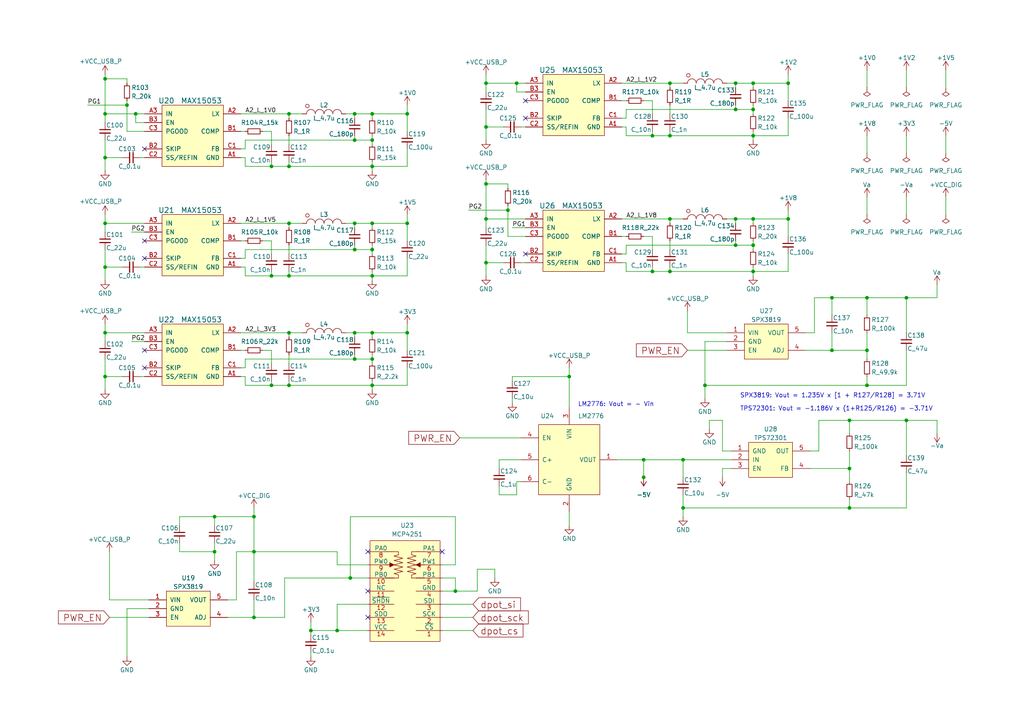
<source format=kicad_sch>
(kicad_sch (version 20231120) (generator "eeschema") (generator_version "8.0")
  (paper "A4")
  (title_block (title "Scopefun Oscilloscope") (rev "v2") (comment 1 "Copyright Dejan Priversek 2017") (comment 2 "Licensed under CERN OHL v.1.2"))
  (lib_symbols
    (symbol "ScopefunParts:+1.0V" (power) (pin_names (offset 0))
      (property "Value" "+1.0V" (at 0 3.556 0))
      (symbol "+1.0V_1_1"
        (pin power_in line (at 0 0 90) (length 0) hide (name "+1V0") (number "1"))
      )
    )
    (symbol "ScopefunParts:+1.2V" (power) (pin_names (offset 0))
      (property "Value" "+1.2V" (at 0 3.556 0))
      (symbol "+1.2V_1_1"
        (pin power_in line (at 0 0 90) (length 0) hide (name "+1V2") (number "1"))
      )
    )
    (symbol "ScopefunParts:+1.5V" (power) (pin_names (offset 0))
      (property "Value" "+1.5V" (at 0 3.556 0))
      (symbol "+1.5V_1_1"
        (pin power_in line (at 0 0 90) (length 0) hide (name "+1V5") (number "1"))
      )
    )
    (symbol "ScopefunParts:+1.8V" (power) (pin_names (offset 0))
      (property "Value" "+1.8V" (at 0 3.556 0))
      (symbol "+1.8V_1_1"
        (pin power_in line (at 0 0 90) (length 0) hide (name "+1V8") (number "1"))
      )
    )
    (symbol "ScopefunParts:+3.3V" (power) (pin_names (offset 0))
      (property "Value" "+3.3V" (at 0 3.556 0))
      (symbol "+3.3V_1_1"
        (pin power_in line (at 0 0 90) (length 0) hide (name "+3V3") (number "1"))
      )
    )
    (symbol "ScopefunParts:+VCC_DIG" (power) (pin_names (offset 0))
      (property "Value" "+VCC_DIG" (at 0 3.556 0))
      (symbol "+VCC_DIG_1_1"
        (pin power_in line (at 0 0 90) (length 0) hide (name "+VCC_DIG") (number "1"))
      )
    )
    (symbol "ScopefunParts:+VCC_USB_P" (power) (pin_names (offset 0))
      (property "Value" "+VCC_USB_P" (at 0 3.556 0))
      (symbol "+VCC_USB_P_1_1"
        (pin power_in line (at 0 0 90) (length 0) hide (name "+VCC_USB_P") (number "1"))
      )
    )
    (symbol "ScopefunParts:+Va" (power) (pin_names (offset 0))
      (property "Value" "+Va" (at 0 3.556 0))
      (symbol "+Va_1_1"
        (pin power_in line (at 0 0 90) (length 0) hide (name "Va") (number "1"))
      )
    )
    (symbol "ScopefunParts:-5V" (power) (pin_names (offset 0))
      (property "Value" "-5V" (at 0 3.556 0))
      (symbol "-5V_1_1"
        (pin power_in line (at 0 0 90) (length 0) hide (name "-5V") (number "1"))
      )
    )
    (symbol "ScopefunParts:-Va" (power) (pin_names (offset 0))
      (property "Value" "-Va" (at 0 3.556 0))
      (symbol "-Va_1_1"
        (pin power_in line (at 0 0 90) (length 0) hide (name "-Va") (number "1"))
      )
    )
    (symbol "ScopefunParts:C_0.1u" (pin_numbers hide) (pin_names (offset 0.254) hide)
      (property "Reference" "C" (at 0.254 1.778 0))
      (property "Value" "C_0.1u" (at 0.254 -2.032 0))
      (symbol "C_0.1u_1_1"
        (pin passive line (at 0 2.54 270) (length 1.905) (name "~") (number "1"))
        (pin passive line (at 0 -2.54 90) (length 2.032) (name "~") (number "2"))
      )
    )
    (symbol "ScopefunParts:C_100u" (pin_numbers hide) (pin_names (offset 0.254) hide)
      (property "Reference" "C" (at 0.254 1.778 0))
      (property "Value" "C_100u" (at 0.254 -2.032 0))
      (symbol "C_100u_1_1"
        (pin passive line (at 0 2.54 270) (length 1.905) (name "~") (number "1"))
        (pin passive line (at 0 -2.54 90) (length 2.032) (name "~") (number "2"))
      )
    )
    (symbol "ScopefunParts:C_10n" (pin_numbers hide) (pin_names (offset 0.254) hide)
      (property "Reference" "C" (at 0.254 1.778 0))
      (property "Value" "C_10n" (at 0.254 -2.032 0))
      (symbol "C_10n_1_1"
        (pin passive line (at 0 2.54 270) (length 1.905) (name "~") (number "1"))
        (pin passive line (at 0 -2.54 90) (length 2.032) (name "~") (number "2"))
      )
    )
    (symbol "ScopefunParts:C_10n_100V" (pin_numbers hide) (pin_names (offset 0.254) hide)
      (property "Reference" "C" (at 0.254 1.778 0))
      (property "Value" "C_10n_100V" (at 0.254 -2.032 0))
      (symbol "C_10n_100V_1_1"
        (pin passive line (at 0 2.54 270) (length 1.905) (name "~") (number "1"))
        (pin passive line (at 0 -2.54 90) (length 2.032) (name "~") (number "2"))
      )
    )
    (symbol "ScopefunParts:C_10u" (pin_numbers hide) (pin_names (offset 0.254) hide)
      (property "Reference" "C" (at 0.254 1.778 0))
      (property "Value" "C_10u" (at 0.254 -2.032 0))
      (symbol "C_10u_1_1"
        (pin passive line (at 0 2.54 270) (length 1.905) (name "~") (number "1"))
        (pin passive line (at 0 -2.54 90) (length 2.032) (name "~") (number "2"))
      )
    )
    (symbol "ScopefunParts:C_180p" (pin_numbers hide) (pin_names (offset 0.254) hide)
      (property "Reference" "C" (at 0.254 1.778 0))
      (property "Value" "C_180p" (at 0.254 -2.032 0))
      (symbol "C_180p_1_1"
        (pin passive line (at 0 2.54 270) (length 1.905) (name "~") (number "1"))
        (pin passive line (at 0 -2.54 90) (length 2.032) (name "~") (number "2"))
      )
    )
    (symbol "ScopefunParts:C_1n" (pin_numbers hide) (pin_names (offset 0.254) hide)
      (property "Reference" "C" (at 0.254 1.778 0))
      (property "Value" "C_1n" (at 0.254 -2.032 0))
      (symbol "C_1n_1_1"
        (pin passive line (at 0 2.54 270) (length 1.905) (name "~") (number "1"))
        (pin passive line (at 0 -2.54 90) (length 2.032) (name "~") (number "2"))
      )
    )
    (symbol "ScopefunParts:C_1u" (pin_numbers hide) (pin_names (offset 0.254) hide)
      (property "Reference" "C" (at 0.254 1.778 0))
      (property "Value" "C_1u" (at 0.254 -2.032 0))
      (symbol "C_1u_1_1"
        (pin passive line (at 0 2.54 270) (length 1.905) (name "~") (number "1"))
        (pin passive line (at 0 -2.54 90) (length 2.032) (name "~") (number "2"))
      )
    )
    (symbol "ScopefunParts:C_22u" (pin_numbers hide) (pin_names (offset 0.254) hide)
      (property "Reference" "C" (at 0.254 1.778 0))
      (property "Value" "C_22u" (at 0.254 -2.032 0))
      (symbol "C_22u_1_1"
        (pin passive line (at 0 2.54 270) (length 1.905) (name "~") (number "1"))
        (pin passive line (at 0 -2.54 90) (length 2.032) (name "~") (number "2"))
      )
    )
    (symbol "ScopefunParts:C_47u" (pin_numbers hide) (pin_names (offset 0.254) hide)
      (property "Reference" "C" (at 0.254 1.778 0))
      (property "Value" "C_47u" (at 0.254 -2.032 0))
      (symbol "C_47u_1_1"
        (pin passive line (at 0 2.54 270) (length 1.905) (name "~") (number "1"))
        (pin passive line (at 0 -2.54 90) (length 2.032) (name "~") (number "2"))
      )
    )
    (symbol "ScopefunParts:LM2776" (pin_names (offset 1.016))
      (property "Reference" "U" (at -6.35 12.7 0))
      (property "Value" "LM2776" (at 6.35 12.7 0))
      (symbol "LM2776_1_1"
        (pin power_in line (at 13.97 0 180) (length 5.08) (name "VOUT") (number "1"))
        (pin power_in line (at 0 -15.24 90) (length 5.08) (name "GND") (number "2"))
        (pin input line (at 0 15.24 270) (length 5.08) (name "VIN") (number "3"))
        (pin input line (at -13.97 6.35 0) (length 5.08) (name "EN") (number "4"))
        (pin passive line (at -13.97 0 0) (length 5.08) (name "C+") (number "5"))
        (pin passive line (at -13.97 -6.35 0) (length 5.08) (name "C-") (number "6"))
      )
    )
    (symbol "ScopefunParts:L_4.7u_NRS5030" (pin_numbers hide) (pin_names (offset 0) hide)
      (property "Reference" "L" (at 0 2.54 0))
      (property "Value" "L_4.7u_NRS5030" (at 0 -1.27 0))
      (symbol "L_4.7u_NRS5030_1_1"
        (pin passive line (at -6.35 0 0) (length 1.27) (name "1") (number "1"))
        (pin passive line (at 6.35 0 180) (length 1.27) (name "2") (number "2"))
      )
    )
    (symbol "ScopefunParts:MCP4251" (pin_names (offset 0))
      (property "Reference" "U" (at 0 19.05 0))
      (property "Value" "MCP4251" (at 0 16.51 0))
      (symbol "MCP4251_1_1"
        (pin input line (at 10.16 -11.43 180) (length 7.62) (name "~{CS}") (number "1"))
        (pin passive line (at -11.43 3.81 0) (length 7.62) (name "PB0") (number "10"))
        (pin input line (at -11.43 0 0) (length 7.62) (name "NC") (number "11"))
        (pin input line (at -11.43 -3.81 0) (length 7.62) (name "~{SHDN}") (number "12"))
        (pin input line (at -11.43 -7.62 0) (length 7.62) (name "SDO") (number "13"))
        (pin power_in line (at -11.43 -11.43 0) (length 7.62) (name "VCC") (number "14"))
        (pin input line (at 10.16 -7.62 180) (length 7.62) (name "SCK") (number "2"))
        (pin input line (at 10.16 -3.81 180) (length 7.62) (name "SDI") (number "3"))
        (pin power_in line (at 10.16 0 180) (length 7.62) (name "GND") (number "4"))
        (pin passive line (at 10.16 3.81 180) (length 7.62) (name "PB1") (number "5"))
        (pin passive line (at 10.16 7.62 180) (length 7.62) (name "PW1") (number "6"))
        (pin passive line (at 10.16 11.43 180) (length 7.62) (name "PA1") (number "7"))
        (pin passive line (at -11.43 11.43 0) (length 7.62) (name "PA0") (number "8"))
        (pin passive line (at -11.43 7.62 0) (length 7.62) (name "PW0") (number "9"))
      )
    )
    (symbol "ScopefunParts:R_100k" (pin_numbers hide) (pin_names (offset 0.254) hide)
      (property "Reference" "R" (at 1.27 1.27 0))
      (property "Value" "R_100k" (at 1.27 -1.27 0))
      (symbol "R_100k_1_1"
        (pin passive line (at 0 2.54 270) (length 0.762) (name "~") (number "1"))
        (pin passive line (at 0 -2.54 90) (length 0.762) (name "~") (number "2"))
      )
    )
    (symbol "ScopefunParts:R_10k" (pin_numbers hide) (pin_names (offset 0.254) hide)
      (property "Reference" "R" (at 1.27 1.27 0))
      (property "Value" "R_10k" (at 1.27 -1.27 0))
      (symbol "R_10k_1_1"
        (pin passive line (at 0 2.54 270) (length 0.762) (name "~") (number "1"))
        (pin passive line (at 0 -2.54 90) (length 0.762) (name "~") (number "2"))
      )
    )
    (symbol "ScopefunParts:R_15k" (pin_numbers hide) (pin_names (offset 0.254) hide)
      (property "Reference" "R" (at 1.27 1.27 0))
      (property "Value" "R_15k" (at 1.27 -1.27 0))
      (symbol "R_15k_1_1"
        (pin passive line (at 0 2.54 270) (length 0.762) (name "~") (number "1"))
        (pin passive line (at 0 -2.54 90) (length 0.762) (name "~") (number "2"))
      )
    )
    (symbol "ScopefunParts:R_1R" (pin_numbers hide) (pin_names (offset 0.254) hide)
      (property "Reference" "R" (at 1.27 1.27 0))
      (property "Value" "R_1R" (at 1.27 -1.27 0))
      (symbol "R_1R_1_1"
        (pin passive line (at 0 2.54 270) (length 0.762) (name "~") (number "1"))
        (pin passive line (at 0 -2.54 90) (length 0.762) (name "~") (number "2"))
      )
    )
    (symbol "ScopefunParts:R_2.2k" (pin_numbers hide) (pin_names (offset 0.254) hide)
      (property "Reference" "R" (at 1.27 1.27 0))
      (property "Value" "R_2.2k" (at 1.27 -1.27 0))
      (symbol "R_2.2k_1_1"
        (pin passive line (at 0 2.54 270) (length 0.762) (name "~") (number "1"))
        (pin passive line (at 0 -2.54 90) (length 0.762) (name "~") (number "2"))
      )
    )
    (symbol "ScopefunParts:R_20k" (pin_numbers hide) (pin_names (offset 0.254) hide)
      (property "Reference" "R" (at 1.27 1.27 0))
      (property "Value" "R_20k" (at 1.27 -1.27 0))
      (symbol "R_20k_1_1"
        (pin passive line (at 0 2.54 270) (length 0.762) (name "~") (number "1"))
        (pin passive line (at 0 -2.54 90) (length 0.762) (name "~") (number "2"))
      )
    )
    (symbol "ScopefunParts:R_22k" (pin_numbers hide) (pin_names (offset 0.254) hide)
      (property "Reference" "R" (at 1.27 1.27 0))
      (property "Value" "R_22k" (at 1.27 -1.27 0))
      (symbol "R_22k_1_1"
        (pin passive line (at 0 2.54 270) (length 0.762) (name "~") (number "1"))
        (pin passive line (at 0 -2.54 90) (length 0.762) (name "~") (number "2"))
      )
    )
    (symbol "ScopefunParts:R_47k" (pin_numbers hide) (pin_names (offset 0.254) hide)
      (property "Reference" "R" (at 1.27 1.27 0))
      (property "Value" "R_47k" (at 1.27 -1.27 0))
      (symbol "R_47k_1_1"
        (pin passive line (at 0 2.54 270) (length 0.762) (name "~") (number "1"))
        (pin passive line (at 0 -2.54 90) (length 0.762) (name "~") (number "2"))
      )
    )
    (symbol "ScopefunParts:R_49.9k" (pin_numbers hide) (pin_names (offset 0.254) hide)
      (property "Reference" "R" (at 1.27 1.27 0))
      (property "Value" "R_49.9k" (at 1.27 -1.27 0))
      (symbol "R_49.9k_1_1"
        (pin passive line (at 0 2.54 270) (length 0.762) (name "~") (number "1"))
        (pin passive line (at 0 -2.54 90) (length 0.762) (name "~") (number "2"))
      )
    )
    (symbol "ScopefunParts:SPX3819" (pin_names (offset 1.016))
      (property "Reference" "U" (at 0 8.89 0))
      (property "Value" "SPX3819" (at 0 6.35 0))
      (symbol "SPX3819_1_1"
        (pin power_in line (at -11.43 2.54 0) (length 5.08) (name "VIN") (number "1"))
        (pin power_in line (at -11.43 0 0) (length 5.08) (name "GND") (number "2"))
        (pin input line (at -11.43 -2.54 0) (length 5.08) (name "EN") (number "3"))
        (pin input line (at 11.43 -2.54 180) (length 5.08) (name "ADJ") (number "4"))
        (pin power_in line (at 11.43 2.54 180) (length 5.08) (name "VOUT") (number "5"))
      )
    )
    (symbol "ScopefunParts:TPS72301" (pin_names (offset 1.016))
      (property "Reference" "U" (at 0 8.89 0))
      (property "Value" "TPS72301" (at 0 6.35 0))
      (symbol "TPS72301_1_1"
        (pin power_in line (at -11.43 2.54 0) (length 5.08) (name "GND") (number "1"))
        (pin power_in line (at -11.43 0 0) (length 5.08) (name "IN") (number "2"))
        (pin input line (at -11.43 -2.54 0) (length 5.08) (name "EN") (number "3"))
        (pin input line (at 11.43 -2.54 180) (length 5.08) (name "FB") (number "4"))
        (pin power_in line (at 11.43 2.54 180) (length 5.08) (name "OUT") (number "5"))
      )
    )
    (symbol "Scopefun_v2-rescue:GND" (power) (pin_names (offset 0))
      (property "Value" "GND" (at 0 -3.81 0))
      (symbol "GND_1_1"
        (pin power_in line (at 0 0 270) (length 0) hide (name "GND") (number "1"))
      )
    )
    (symbol "Scopefun_v2-rescue:MAX15053-RESCUE-Scopefun_v155" (pin_names (offset 1.016))
      (property "Reference" "U" (at -7.62 11.43 0))
      (property "Value" "MAX15053-RESCUE-Scopefun_v155" (at 2.54 11.43 0))
      (symbol "MAX15053-RESCUE-Scopefun_v155_1_1"
        (pin power_in line (at 13.97 -5.08 180) (length 5.08) (name "GND") (number "A1"))
        (pin unspecified line (at 13.97 7.62 180) (length 5.08) (name "LX") (number "A2"))
        (pin power_in line (at -13.97 7.62 0) (length 5.08) (name "IN") (number "A3"))
        (pin output line (at 13.97 2.54 180) (length 5.08) (name "COMP") (number "B1"))
        (pin input line (at -13.97 -2.54 0) (length 5.08) (name "SKIP") (number "B2"))
        (pin input line (at -13.97 5.08 0) (length 5.08) (name "EN") (number "B3"))
        (pin input line (at 13.97 -2.54 180) (length 5.08) (name "FB") (number "C1"))
        (pin input line (at -13.97 -5.08 0) (length 5.08) (name "SS/REFIN") (number "C2"))
        (pin output line (at -13.97 2.54 0) (length 5.08) (name "PGOOD") (number "C3"))
      )
    )
    (symbol "Scopefun_v2-rescue:PWR_FLAG" (power) (pin_numbers hide) (pin_names (offset 0) hide)
      (property "Value" "PWR_FLAG" (at 0 3.81 0))
      (symbol "PWR_FLAG_0_0"
        (pin power_out line (at 0 0 90) (length 0) (name "pwr") (number "1"))
      )
    )
  )
  (junction (at 30.48 77.47))
  (junction (at 262.89 121.92))
  (junction (at 198.12 147.32))
  (junction (at 78.74 48.26))
  (junction (at 102.87 96.52))
  (junction (at 140.97 24.13))
  (junction (at 118.11 64.77))
  (junction (at 246.38 147.32))
  (junction (at 241.3 86.36))
  (junction (at 107.95 104.14))
  (junction (at 213.36 31.75))
  (junction (at 36.83 30.48))
  (junction (at 30.48 22.86))
  (junction (at 140.97 76.2))
  (junction (at 132.08 171.45))
  (junction (at 62.23 160.02))
  (junction (at 251.46 111.76))
  (junction (at 186.69 133.35))
  (junction (at 102.87 64.77))
  (junction (at 213.36 71.12))
  (junction (at 97.79 182.88))
  (junction (at 241.3 101.6))
  (junction (at 165.1 109.22))
  (junction (at 218.44 71.12))
  (junction (at 107.95 80.01))
  (junction (at 213.36 24.13))
  (junction (at 83.82 64.77))
  (junction (at 218.44 31.75))
  (junction (at 102.87 72.39))
  (junction (at 83.82 111.76))
  (junction (at 83.82 48.26))
  (junction (at 62.23 149.86))
  (junction (at 194.31 78.74))
  (junction (at 251.46 101.6))
  (junction (at 140.97 63.5))
  (junction (at 149.86 24.13))
  (junction (at 198.12 133.35))
  (junction (at 246.38 135.89))
  (junction (at 83.82 33.02))
  (junction (at 107.95 40.64))
  (junction (at 90.17 182.88))
  (junction (at 107.95 64.77))
  (junction (at 251.46 86.36))
  (junction (at 107.95 72.39))
  (junction (at 118.11 96.52))
  (junction (at 228.6 24.13))
  (junction (at 189.23 39.37))
  (junction (at 218.44 39.37))
  (junction (at 186.69 138.43))
  (junction (at 194.31 39.37))
  (junction (at 194.31 24.13))
  (junction (at 83.82 80.01))
  (junction (at 30.48 33.02))
  (junction (at 78.74 80.01))
  (junction (at 107.95 96.52))
  (junction (at 107.95 111.76))
  (junction (at 78.74 111.76))
  (junction (at 118.11 33.02))
  (junction (at 73.66 160.02))
  (junction (at 218.44 78.74))
  (junction (at 73.66 179.07))
  (junction (at 30.48 109.22))
  (junction (at 140.97 36.83))
  (junction (at 102.87 40.64))
  (junction (at 194.31 63.5))
  (junction (at 228.6 63.5))
  (junction (at 30.48 96.52))
  (junction (at 30.48 45.72))
  (junction (at 204.47 111.76))
  (junction (at 218.44 24.13))
  (junction (at 218.44 63.5))
  (junction (at 101.6 167.64))
  (junction (at 189.23 78.74))
  (junction (at 102.87 33.02))
  (junction (at 39.37 33.02))
  (junction (at 73.66 149.86))
  (junction (at 262.89 86.36))
  (junction (at 140.97 53.34))
  (junction (at 30.48 64.77))
  (junction (at 147.32 60.96))
  (junction (at 213.36 63.5))
  (junction (at 246.38 121.92))
  (junction (at 107.95 33.02))
  (junction (at 83.82 96.52))
  (junction (at 102.87 104.14))
  (junction (at 107.95 48.26))
  (no_connect (at 106.68 160.02))
  (no_connect (at 106.68 179.07))
  (no_connect (at 128.27 160.02))
  (no_connect (at 41.91 101.6))
  (no_connect (at 41.91 43.18))
  (no_connect (at 41.91 106.68))
  (no_connect (at 152.4 34.29))
  (no_connect (at 41.91 69.85))
  (no_connect (at 152.4 29.21))
  (no_connect (at 152.4 73.66))
  (no_connect (at 41.91 74.93))
  (no_connect (at 106.68 171.45))
  (wire (pts (xy 198.12 133.35) (xy 198.12 138.43)))
  (wire (pts (xy 246.38 121.92) (xy 262.89 121.92)))
  (wire (pts (xy 52.07 149.86) (xy 52.07 152.4)))
  (wire (pts (xy 107.95 39.37) (xy 107.95 40.64)))
  (wire (pts (xy 78.74 69.85) (xy 76.2 69.85)))
  (wire (pts (xy 97.79 175.26) (xy 97.79 182.88)))
  (wire (pts (xy 179.07 133.35) (xy 186.69 133.35)))
  (wire (pts (xy 271.78 86.36) (xy 271.78 82.55)))
  (wire (pts (xy 71.12 48.26) (xy 78.74 48.26)))
  (wire (pts (xy 71.12 72.39) (xy 102.87 72.39)))
  (wire (pts (xy 128.27 167.64) (xy 132.08 167.64)))
  (wire (pts (xy 262.89 39.37) (xy 262.89 44.45)))
  (wire (pts (xy 69.85 109.22) (xy 71.12 109.22)))
  (wire (pts (xy 209.55 121.92) (xy 205.74 121.92)))
  (wire (pts (xy 30.48 21.59) (xy 30.48 22.86)))
  (wire (pts (xy 90.17 190.5) (xy 90.17 189.23)))
  (wire (pts (xy 78.74 38.1) (xy 78.74 41.91)))
  (wire (pts (xy 144.78 133.35) (xy 151.13 133.35)))
  (wire (pts (xy 78.74 111.76) (xy 83.82 111.76)))
  (wire (pts (xy 71.12 40.64) (xy 71.12 43.18)))
  (wire (pts (xy 78.74 80.01) (xy 83.82 80.01)))
  (wire (pts (xy 189.23 39.37) (xy 194.31 39.37)))
  (wire (pts (xy 73.66 160.02) (xy 73.66 168.91)))
  (wire (pts (xy 140.97 21.59) (xy 140.97 24.13)))
  (wire (pts (xy 78.74 101.6) (xy 76.2 101.6)))
  (wire (pts (xy 151.13 76.2) (xy 152.4 76.2)))
  (wire (pts (xy 213.36 69.85) (xy 213.36 71.12)))
  (wire (pts (xy 107.95 48.26) (xy 107.95 49.53)))
  (wire (pts (xy 90.17 182.88) (xy 97.79 182.88)))
  (wire (pts (xy 144.78 143.51) (xy 149.86 143.51)))
  (wire (pts (xy 73.66 179.07) (xy 73.66 173.99)))
  (wire (pts (xy 199.39 90.17) (xy 199.39 96.52)))
  (wire (pts (xy 35.56 77.47) (xy 30.48 77.47)))
  (wire (pts (xy 246.38 147.32) (xy 246.38 144.78)))
  (wire (pts (xy 262.89 86.36) (xy 271.78 86.36)))
  (wire (pts (xy 107.95 80.01) (xy 107.95 81.28)))
  (wire (pts (xy 132.08 149.86) (xy 132.08 163.83)))
  (wire (pts (xy 128.27 179.07) (xy 137.16 179.07)))
  (wire (pts (xy 35.56 109.22) (xy 30.48 109.22)))
  (wire (pts (xy 218.44 63.5) (xy 218.44 64.77)))
  (wire (pts (xy 118.11 62.23) (xy 118.11 64.77)))
  (wire (pts (xy 118.11 96.52) (xy 118.11 101.6)))
  (wire (pts (xy 102.87 72.39) (xy 107.95 72.39)))
  (wire (pts (xy 144.78 135.89) (xy 144.78 133.35)))
  (wire (pts (xy 30.48 64.77) (xy 30.48 67.31)))
  (wire (pts (xy 41.91 64.77) (xy 30.48 64.77)))
  (wire (pts (xy 52.07 149.86) (xy 62.23 149.86)))
  (wire (pts (xy 97.79 182.88) (xy 106.68 182.88)))
  (wire (pts (xy 100.33 64.77) (xy 102.87 64.77)))
  (wire (pts (xy 241.3 101.6) (xy 241.3 96.52)))
  (wire (pts (xy 69.85 38.1) (xy 71.12 38.1)))
  (wire (pts (xy 236.22 96.52) (xy 236.22 86.36)))
  (wire (pts (xy 228.6 78.74) (xy 228.6 73.66)))
  (wire (pts (xy 233.68 101.6) (xy 241.3 101.6)))
  (wire (pts (xy 228.6 39.37) (xy 228.6 34.29)))
  (wire (pts (xy 241.3 91.44) (xy 241.3 86.36)))
  (wire (pts (xy 69.85 69.85) (xy 71.12 69.85)))
  (wire (pts (xy 213.36 63.5) (xy 218.44 63.5)))
  (wire (pts (xy 198.12 147.32) (xy 246.38 147.32)))
  (wire (pts (xy 102.87 34.29) (xy 102.87 33.02)))
  (wire (pts (xy 83.82 41.91) (xy 83.82 39.37)))
  (wire (pts (xy 210.82 101.6) (xy 199.39 101.6)))
  (wire (pts (xy 274.32 39.37) (xy 274.32 44.45)))
  (wire (pts (xy 38.1 99.06) (xy 41.91 99.06)))
  (wire (pts (xy 213.36 31.75) (xy 218.44 31.75)))
  (wire (pts (xy 68.58 160.02) (xy 73.66 160.02)))
  (wire (pts (xy 83.82 66.04) (xy 83.82 64.77)))
  (wire (pts (xy 146.05 36.83) (xy 140.97 36.83)))
  (wire (pts (xy 71.12 104.14) (xy 102.87 104.14)))
  (wire (pts (xy 102.87 39.37) (xy 102.87 40.64)))
  (wire (pts (xy 218.44 78.74) (xy 218.44 80.01)))
  (wire (pts (xy 30.48 77.47) (xy 30.48 81.28)))
  (wire (pts (xy 107.95 102.87) (xy 107.95 104.14)))
  (wire (pts (xy 181.61 39.37) (xy 189.23 39.37)))
  (wire (pts (xy 36.83 22.86) (xy 30.48 22.86)))
  (wire (pts (xy 36.83 29.21) (xy 36.83 30.48)))
  (wire (pts (xy 212.09 130.81) (xy 209.55 130.81)))
  (wire (pts (xy 78.74 38.1) (xy 76.2 38.1)))
  (wire (pts (xy 107.95 96.52) (xy 107.95 97.79)))
  (wire (pts (xy 83.82 105.41) (xy 83.82 102.87)))
  (wire (pts (xy 228.6 24.13) (xy 228.6 29.21)))
  (wire (pts (xy 71.12 109.22) (xy 71.12 111.76)))
  (wire (pts (xy 274.32 20.32) (xy 274.32 25.4)))
  (wire (pts (xy 73.66 149.86) (xy 73.66 160.02)))
  (wire (pts (xy 236.22 86.36) (xy 241.3 86.36)))
  (wire (pts (xy 181.61 36.83) (xy 181.61 39.37)))
  (wire (pts (xy 71.12 72.39) (xy 71.12 74.93)))
  (wire (pts (xy 118.11 33.02) (xy 118.11 38.1)))
  (wire (pts (xy 138.43 165.1) (xy 143.51 165.1)))
  (wire (pts (xy 69.85 33.02) (xy 83.82 33.02)))
  (wire (pts (xy 38.1 67.31) (xy 41.91 67.31)))
  (wire (pts (xy 152.4 26.67) (xy 149.86 26.67)))
  (wire (pts (xy 228.6 21.59) (xy 228.6 24.13)))
  (wire (pts (xy 251.46 109.22) (xy 251.46 111.76)))
  (wire (pts (xy 251.46 57.15) (xy 251.46 62.23)))
  (wire (pts (xy 246.38 130.81) (xy 246.38 135.89)))
  (wire (pts (xy 118.11 93.98) (xy 118.11 96.52)))
  (wire (pts (xy 31.75 173.99) (xy 43.18 173.99)))
  (wire (pts (xy 90.17 180.34) (xy 90.17 182.88)))
  (wire (pts (xy 251.46 20.32) (xy 251.46 25.4)))
  (wire (pts (xy 41.91 35.56) (xy 39.37 35.56)))
  (wire (pts (xy 40.64 77.47) (xy 41.91 77.47)))
  (wire (pts (xy 62.23 157.48) (xy 62.23 160.02)))
  (wire (pts (xy 144.78 140.97) (xy 144.78 143.51)))
  (wire (pts (xy 213.36 63.5) (xy 213.36 64.77)))
  (wire (pts (xy 102.87 104.14) (xy 107.95 104.14)))
  (wire (pts (xy 78.74 110.49) (xy 78.74 111.76)))
  (wire (pts (xy 30.48 93.98) (xy 30.48 96.52)))
  (wire (pts (xy 78.74 69.85) (xy 78.74 73.66)))
  (wire (pts (xy 30.48 62.23) (xy 30.48 64.77)))
  (wire (pts (xy 246.38 147.32) (xy 262.89 147.32)))
  (wire (pts (xy 30.48 22.86) (xy 30.48 33.02)))
  (wire (pts (xy 73.66 147.32) (xy 73.66 149.86)))
  (wire (pts (xy 83.82 48.26) (xy 107.95 48.26)))
  (wire (pts (xy 68.58 173.99) (xy 66.04 173.99)))
  (wire (pts (xy 180.34 63.5) (xy 194.31 63.5)))
  (wire (pts (xy 228.6 63.5) (xy 228.6 68.58)))
  (wire (pts (xy 148.59 66.04) (xy 152.4 66.04)))
  (wire (pts (xy 205.74 121.92) (xy 205.74 124.46)))
  (wire (pts (xy 262.89 57.15) (xy 262.89 62.23)))
  (wire (pts (xy 180.34 68.58) (xy 181.61 68.58)))
  (wire (pts (xy 181.61 71.12) (xy 213.36 71.12)))
  (wire (pts (xy 198.12 133.35) (xy 212.09 133.35)))
  (wire (pts (xy 233.68 96.52) (xy 236.22 96.52)))
  (wire (pts (xy 251.46 96.52) (xy 251.46 101.6)))
  (wire (pts (xy 149.86 139.7) (xy 151.13 139.7)))
  (wire (pts (xy 140.97 53.34) (xy 140.97 63.5)))
  (wire (pts (xy 181.61 34.29) (xy 180.34 34.29)))
  (wire (pts (xy 62.23 160.02) (xy 62.23 162.56)))
  (wire (pts (xy 194.31 38.1) (xy 194.31 39.37)))
  (wire (pts (xy 218.44 39.37) (xy 228.6 39.37)))
  (wire (pts (xy 82.55 167.64) (xy 101.6 167.64)))
  (wire (pts (xy 36.83 38.1) (xy 41.91 38.1)))
  (wire (pts (xy 83.82 111.76) (xy 107.95 111.76)))
  (wire (pts (xy 147.32 68.58) (xy 152.4 68.58)))
  (wire (pts (xy 262.89 121.92) (xy 271.78 121.92)))
  (wire (pts (xy 204.47 111.76) (xy 204.47 115.57)))
  (wire (pts (xy 140.97 24.13) (xy 149.86 24.13)))
  (wire (pts (xy 213.36 24.13) (xy 218.44 24.13)))
  (wire (pts (xy 140.97 24.13) (xy 140.97 26.67)))
  (wire (pts (xy 204.47 111.76) (xy 251.46 111.76)))
  (wire (pts (xy 36.83 30.48) (xy 25.4 30.48)))
  (wire (pts (xy 194.31 33.02) (xy 194.31 30.48)))
  (wire (pts (xy 246.38 121.92) (xy 246.38 125.73)))
  (wire (pts (xy 189.23 29.21) (xy 189.23 33.02)))
  (wire (pts (xy 107.95 71.12) (xy 107.95 72.39)))
  (wire (pts (xy 262.89 147.32) (xy 262.89 137.16)))
  (wire (pts (xy 83.82 97.79) (xy 83.82 96.52)))
  (wire (pts (xy 194.31 78.74) (xy 194.31 77.47)))
  (wire (pts (xy 40.64 45.72) (xy 41.91 45.72)))
  (wire (pts (xy 102.87 96.52) (xy 107.95 96.52)))
  (wire (pts (xy 71.12 43.18) (xy 69.85 43.18)))
  (wire (pts (xy 241.3 86.36) (xy 251.46 86.36)))
  (wire (pts (xy 68.58 160.02) (xy 68.58 173.99)))
  (wire (pts (xy 138.43 171.45) (xy 138.43 165.1)))
  (wire (pts (xy 107.95 96.52) (xy 118.11 96.52)))
  (wire (pts (xy 107.95 64.77) (xy 118.11 64.77)))
  (wire (pts (xy 189.23 77.47) (xy 189.23 78.74)))
  (wire (pts (xy 210.82 24.13) (xy 213.36 24.13)))
  (wire (pts (xy 69.85 96.52) (xy 83.82 96.52)))
  (wire (pts (xy 39.37 35.56) (xy 39.37 33.02)))
  (wire (pts (xy 78.74 78.74) (xy 78.74 80.01)))
  (wire (pts (xy 69.85 101.6) (xy 71.12 101.6)))
  (wire (pts (xy 218.44 30.48) (xy 218.44 31.75)))
  (wire (pts (xy 69.85 77.47) (xy 71.12 77.47)))
  (wire (pts (xy 180.34 36.83) (xy 181.61 36.83)))
  (wire (pts (xy 194.31 78.74) (xy 218.44 78.74)))
  (wire (pts (xy 30.48 109.22) (xy 30.48 113.03)))
  (wire (pts (xy 83.82 64.77) (xy 87.63 64.77)))
  (wire (pts (xy 151.13 36.83) (xy 152.4 36.83)))
  (wire (pts (xy 189.23 78.74) (xy 194.31 78.74)))
  (wire (pts (xy 234.95 135.89) (xy 246.38 135.89)))
  (wire (pts (xy 212.09 135.89) (xy 209.55 135.89)))
  (wire (pts (xy 101.6 167.64) (xy 106.68 167.64)))
  (wire (pts (xy 107.95 46.99) (xy 107.95 48.26)))
  (wire (pts (xy 71.12 80.01) (xy 78.74 80.01)))
  (wire (pts (xy 83.82 33.02) (xy 87.63 33.02)))
  (wire (pts (xy 62.23 152.4) (xy 62.23 149.86)))
  (wire (pts (xy 107.95 80.01) (xy 118.11 80.01)))
  (wire (pts (xy 101.6 149.86) (xy 101.6 167.64)))
  (wire (pts (xy 128.27 171.45) (xy 132.08 171.45)))
  (wire (pts (xy 262.89 86.36) (xy 262.89 96.52)))
  (wire (pts (xy 140.97 52.07) (xy 140.97 53.34)))
  (wire (pts (xy 102.87 71.12) (xy 102.87 72.39)))
  (wire (pts (xy 43.18 179.07) (xy 31.75 179.07)))
  (wire (pts (xy 78.74 101.6) (xy 78.74 105.41)))
  (wire (pts (xy 180.34 24.13) (xy 194.31 24.13)))
  (wire (pts (xy 186.69 133.35) (xy 186.69 138.43)))
  (wire (pts (xy 83.82 34.29) (xy 83.82 33.02)))
  (wire (pts (xy 149.86 24.13) (xy 152.4 24.13)))
  (wire (pts (xy 218.44 31.75) (xy 218.44 33.02)))
  (wire (pts (xy 132.08 163.83) (xy 128.27 163.83)))
  (wire (pts (xy 181.61 71.12) (xy 181.61 73.66)))
  (wire (pts (xy 140.97 31.75) (xy 140.97 36.83)))
  (wire (pts (xy 78.74 46.99) (xy 78.74 48.26)))
  (wire (pts (xy 246.38 135.89) (xy 246.38 139.7)))
  (wire (pts (xy 274.32 57.15) (xy 274.32 62.23)))
  (wire (pts (xy 107.95 40.64) (xy 107.95 41.91)))
  (wire (pts (xy 218.44 24.13) (xy 218.44 25.4)))
  (wire (pts (xy 213.36 30.48) (xy 213.36 31.75)))
  (wire (pts (xy 118.11 80.01) (xy 118.11 74.93)))
  (wire (pts (xy 107.95 104.14) (xy 107.95 105.41)))
  (wire (pts (xy 132.08 167.64) (xy 132.08 171.45)))
  (wire (pts (xy 147.32 59.69) (xy 147.32 60.96)))
  (wire (pts (xy 140.97 76.2) (xy 140.97 80.01)))
  (wire (pts (xy 30.48 40.64) (xy 30.48 45.72)))
  (wire (pts (xy 97.79 163.83) (xy 106.68 163.83)))
  (wire (pts (xy 149.86 26.67) (xy 149.86 24.13)))
  (wire (pts (xy 148.59 115.57) (xy 148.59 116.84)))
  (wire (pts (xy 90.17 182.88) (xy 90.17 184.15)))
  (wire (pts (xy 262.89 121.92) (xy 262.89 132.08)))
  (wire (pts (xy 66.04 179.07) (xy 73.66 179.07)))
  (wire (pts (xy 102.87 96.52) (xy 102.87 97.79)))
  (wire (pts (xy 118.11 48.26) (xy 118.11 43.18)))
  (wire (pts (xy 189.23 29.21) (xy 186.69 29.21)))
  (wire (pts (xy 181.61 31.75) (xy 213.36 31.75)))
  (wire (pts (xy 218.44 69.85) (xy 218.44 71.12)))
  (wire (pts (xy 62.23 149.86) (xy 73.66 149.86)))
  (wire (pts (xy 30.48 45.72) (xy 30.48 49.53)))
  (wire (pts (xy 237.49 130.81) (xy 237.49 121.92)))
  (wire (pts (xy 30.48 33.02) (xy 30.48 35.56)))
  (wire (pts (xy 213.36 71.12) (xy 218.44 71.12)))
  (wire (pts (xy 147.32 53.34) (xy 140.97 53.34)))
  (wire (pts (xy 251.46 86.36) (xy 262.89 86.36)))
  (wire (pts (xy 30.48 33.02) (xy 39.37 33.02)))
  (wire (pts (xy 180.34 76.2) (xy 181.61 76.2)))
  (wire (pts (xy 128.27 175.26) (xy 137.16 175.26)))
  (wire (pts (xy 140.97 63.5) (xy 152.4 63.5)))
  (wire (pts (xy 36.83 24.13) (xy 36.83 22.86)))
  (wire (pts (xy 71.12 111.76) (xy 78.74 111.76)))
  (wire (pts (xy 251.46 86.36) (xy 251.46 91.44)))
  (wire (pts (xy 102.87 40.64) (xy 107.95 40.64)))
  (wire (pts (xy 71.12 106.68) (xy 69.85 106.68)))
  (wire (pts (xy 118.11 64.77) (xy 118.11 69.85)))
  (wire (pts (xy 71.12 104.14) (xy 71.12 106.68)))
  (wire (pts (xy 204.47 99.06) (xy 204.47 111.76)))
  (wire (pts (xy 234.95 130.81) (xy 237.49 130.81)))
  (wire (pts (xy 262.89 20.32) (xy 262.89 25.4)))
  (wire (pts (xy 107.95 111.76) (xy 107.95 113.03)))
  (wire (pts (xy 271.78 121.92) (xy 271.78 125.73)))
  (wire (pts (xy 251.46 111.76) (xy 262.89 111.76)))
  (wire (pts (xy 181.61 76.2) (xy 181.61 78.74)))
  (wire (pts (xy 194.31 39.37) (xy 218.44 39.37)))
  (wire (pts (xy 209.55 135.89) (xy 209.55 138.43)))
  (wire (pts (xy 209.55 130.81) (xy 209.55 121.92)))
  (wire (pts (xy 73.66 179.07) (xy 82.55 179.07)))
  (wire (pts (xy 237.49 121.92) (xy 246.38 121.92)))
  (wire (pts (xy 228.6 60.96) (xy 228.6 63.5)))
  (wire (pts (xy 102.87 102.87) (xy 102.87 104.14)))
  (wire (pts (xy 73.66 160.02) (xy 97.79 160.02)))
  (wire (pts (xy 218.44 63.5) (xy 228.6 63.5)))
  (wire (pts (xy 71.12 77.47) (xy 71.12 80.01)))
  (wire (pts (xy 241.3 101.6) (xy 251.46 101.6)))
  (wire (pts (xy 118.11 30.48) (xy 118.11 33.02)))
  (wire (pts (xy 35.56 45.72) (xy 30.48 45.72)))
  (wire (pts (xy 181.61 73.66) (xy 180.34 73.66)))
  (wire (pts (xy 218.44 39.37) (xy 218.44 40.64)))
  (wire (pts (xy 39.37 33.02) (xy 41.91 33.02)))
  (wire (pts (xy 189.23 38.1) (xy 189.23 39.37)))
  (wire (pts (xy 83.82 46.99) (xy 83.82 48.26)))
  (wire (pts (xy 218.44 77.47) (xy 218.44 78.74)))
  (wire (pts (xy 181.61 78.74) (xy 189.23 78.74)))
  (wire (pts (xy 194.31 24.13) (xy 198.12 24.13)))
  (wire (pts (xy 218.44 78.74) (xy 228.6 78.74)))
  (wire (pts (xy 147.32 60.96) (xy 147.32 68.58)))
  (wire (pts (xy 43.18 176.53) (xy 36.83 176.53)))
  (wire (pts (xy 213.36 25.4) (xy 213.36 24.13)))
  (wire (pts (xy 107.95 48.26) (xy 118.11 48.26)))
  (wire (pts (xy 194.31 63.5) (xy 198.12 63.5)))
  (wire (pts (xy 147.32 54.61) (xy 147.32 53.34)))
  (wire (pts (xy 30.48 72.39) (xy 30.48 77.47)))
  (wire (pts (xy 148.59 109.22) (xy 165.1 109.22)))
  (wire (pts (xy 194.31 72.39) (xy 194.31 69.85)))
  (wire (pts (xy 194.31 25.4) (xy 194.31 24.13)))
  (wire (pts (xy 40.64 109.22) (xy 41.91 109.22)))
  (wire (pts (xy 69.85 45.72) (xy 71.12 45.72)))
  (wire (pts (xy 97.79 160.02) (xy 97.79 163.83)))
  (wire (pts (xy 198.12 147.32) (xy 198.12 149.86)))
  (wire (pts (xy 52.07 157.48) (xy 52.07 160.02)))
  (wire (pts (xy 83.82 80.01) (xy 83.82 78.74)))
  (wire (pts (xy 181.61 31.75) (xy 181.61 34.29)))
  (wire (pts (xy 194.31 64.77) (xy 194.31 63.5)))
  (wire (pts (xy 118.11 111.76) (xy 118.11 106.68)))
  (wire (pts (xy 107.95 64.77) (xy 107.95 66.04)))
  (wire (pts (xy 78.74 48.26) (xy 83.82 48.26)))
  (wire (pts (xy 71.12 40.64) (xy 102.87 40.64)))
  (wire (pts (xy 83.82 111.76) (xy 83.82 110.49)))
  (wire (pts (xy 165.1 148.59) (xy 165.1 152.4)))
  (wire (pts (xy 107.95 78.74) (xy 107.95 80.01)))
  (wire (pts (xy 165.1 106.68) (xy 165.1 109.22)))
  (wire (pts (xy 83.82 80.01) (xy 107.95 80.01)))
  (wire (pts (xy 133.35 127) (xy 151.13 127)))
  (wire (pts (xy 251.46 101.6) (xy 251.46 104.14)))
  (wire (pts (xy 210.82 99.06) (xy 204.47 99.06)))
  (wire (pts (xy 180.34 29.21) (xy 181.61 29.21)))
  (wire (pts (xy 149.86 143.51) (xy 149.86 139.7)))
  (wire (pts (xy 107.95 33.02) (xy 118.11 33.02)))
  (wire (pts (xy 100.33 33.02) (xy 102.87 33.02)))
  (wire (pts (xy 186.69 133.35) (xy 198.12 133.35)))
  (wire (pts (xy 102.87 64.77) (xy 102.87 66.04)))
  (wire (pts (xy 31.75 160.02) (xy 31.75 173.99)))
  (wire (pts (xy 199.39 96.52) (xy 210.82 96.52)))
  (wire (pts (xy 140.97 36.83) (xy 140.97 40.64)))
  (wire (pts (xy 30.48 96.52) (xy 30.48 99.06)))
  (wire (pts (xy 147.32 60.96) (xy 135.89 60.96)))
  (wire (pts (xy 107.95 33.02) (xy 107.95 34.29)))
  (wire (pts (xy 143.51 165.1) (xy 143.51 167.64)))
  (wire (pts (xy 189.23 68.58) (xy 186.69 68.58)))
  (wire (pts (xy 146.05 76.2) (xy 140.97 76.2)))
  (wire (pts (xy 82.55 179.07) (xy 82.55 167.64)))
  (wire (pts (xy 52.07 160.02) (xy 62.23 160.02)))
  (wire (pts (xy 69.85 64.77) (xy 83.82 64.77)))
  (wire (pts (xy 189.23 68.58) (xy 189.23 72.39)))
  (wire (pts (xy 165.1 109.22) (xy 165.1 118.11)))
  (wire (pts (xy 148.59 110.49) (xy 148.59 109.22)))
  (wire (pts (xy 102.87 33.02) (xy 107.95 33.02)))
  (wire (pts (xy 218.44 71.12) (xy 218.44 72.39)))
  (wire (pts (xy 128.27 182.88) (xy 137.16 182.88)))
  (wire (pts (xy 218.44 24.13) (xy 228.6 24.13)))
  (wire (pts (xy 262.89 111.76) (xy 262.89 101.6)))
  (wire (pts (xy 198.12 143.51) (xy 198.12 147.32)))
  (wire (pts (xy 101.6 149.86) (xy 132.08 149.86)))
  (wire (pts (xy 30.48 104.14) (xy 30.48 109.22)))
  (wire (pts (xy 71.12 74.93) (xy 69.85 74.93)))
  (wire (pts (xy 107.95 72.39) (xy 107.95 73.66)))
  (wire (pts (xy 132.08 171.45) (xy 138.43 171.45)))
  (wire (pts (xy 41.91 96.52) (xy 30.48 96.52)))
  (wire (pts (xy 83.82 96.52) (xy 87.63 96.52)))
  (wire (pts (xy 140.97 63.5) (xy 140.97 66.04)))
  (wire (pts (xy 210.82 63.5) (xy 213.36 63.5)))
  (wire (pts (xy 100.33 96.52) (xy 102.87 96.52)))
  (wire (pts (xy 140.97 71.12) (xy 140.97 76.2)))
  (wire (pts (xy 107.95 111.76) (xy 118.11 111.76)))
  (wire (pts (xy 83.82 73.66) (xy 83.82 71.12)))
  (wire (pts (xy 102.87 64.77) (xy 107.95 64.77)))
  (wire (pts (xy 36.83 176.53) (xy 36.83 190.5)))
  (wire (pts (xy 218.44 38.1) (xy 218.44 39.37)))
  (wire (pts (xy 251.46 39.37) (xy 251.46 44.45)))
  (wire (pts (xy 107.95 110.49) (xy 107.95 111.76)))
  (wire (pts (xy 36.83 30.48) (xy 36.83 38.1)))
  (wire (pts (xy 71.12 45.72) (xy 71.12 48.26)))
  (wire (pts (xy 106.68 175.26) (xy 97.79 175.26)))
  (text "SPX3819: Vout = 1.235V x [1 + R127/R128] = 3.71V" (at 214.63 115.57 0) (effects (font (size 1.27 1.27)) (justify left bottom)))
  (text "LM2776: Vout = - Vin" (at 167.64 118.11 0) (effects (font (size 1.27 1.27)) (justify left bottom)))
  (text "TPS72301: Vout = -1.186V x (1+R125/R126) = -3.71V" (at 214.63 119.38 0) (effects (font (size 1.27 1.27)) (justify left bottom)))
  (label "PG2" (at 38.1 67.31 0))
  (label "A2_L_1V2" (at 181.61 24.13 0))
  (label "PG1" (at 148.59 66.04 0))
  (label "A2_L_1V5" (at 71.12 64.77 0))
  (label "A2_L_1V0" (at 71.12 33.02 0))
  (label "PG2" (at 135.89 60.96 0))
  (label "PG2" (at 38.1 99.06 0))
  (label "A2_L_1V8" (at 181.61 63.5 0))
  (label "A2_L_3V3" (at 71.12 96.52 0))
  (label "PG1" (at 25.4 30.48 0))
  (global_label "PWR_EN" (shape input) (at 199.39 101.6 180) (effects (font (size 1.905 1.905))) (property "Intersheetrefs" "${INTERSHEET_REFS}" (effects (hide yes))))
  (global_label "dpot_cs" (shape input) (at 137.16 182.88 0) (effects (font (size 1.905 1.905))) (property "Intersheetrefs" "${INTERSHEET_REFS}" (effects (hide yes))))
  (global_label "dpot_si" (shape input) (at 137.16 175.26 0) (effects (font (size 1.905 1.905))) (property "Intersheetrefs" "${INTERSHEET_REFS}" (effects (hide yes))))
  (global_label "dpot_sck" (shape input) (at 137.16 179.07 0) (effects (font (size 1.905 1.905))) (property "Intersheetrefs" "${INTERSHEET_REFS}" (effects (hide yes))))
  (global_label "PWR_EN" (shape input) (at 31.75 179.07 180) (effects (font (size 1.905 1.905))) (property "Intersheetrefs" "${INTERSHEET_REFS}" (effects (hide yes))))
  (global_label "PWR_EN" (shape input) (at 133.35 127 180) (effects (font (size 1.905 1.905))) (property "Intersheetrefs" "${INTERSHEET_REFS}" (effects (hide yes))))
  (symbol (lib_id "Scopefun_v2-rescue:GND") (at 204.47 115.57 0) (unit 1)
    (property "Reference" "#PWR0217" (effects (hide yes)))
    (property "Value" "GND" (at 204.47 119.38 0))
  )
  (symbol (lib_id "ScopefunParts:+Va") (at 271.78 82.55 0) (unit 1)
    (property "Reference" "#PWR0218" (effects (hide yes)))
    (property "Value" "Va" (at 271.78 78.994 0))
  )
  (symbol (lib_id "ScopefunParts:C_10n") (at 241.3 93.98 0) (unit 1)
    (property "Reference" "C137" (at 241.554 92.202 0) (effects (justify left)))
    (property "Value" "C_10n" (at 241.554 96.012 0) (effects (justify left)))
    (property "Footprint" "ScopefunPackagesLibrary:C_0603" (effects (hide yes)))
    (property "Description" "MLCC - SMD/SMT 0603 50V C0G 5%" (effects (hide yes)))
    (property "MFG Part#" "GRM1885C1H103JA01D" (effects (hide yes)))
  )
  (symbol (lib_id "ScopefunParts:+VCC_USB_P") (at 31.75 160.02 0) (unit 1)
    (property "Reference" "#PWR0219" (effects (hide yes)))
    (property "Value" "+VCC_USB_P" (at 31.75 156.464 0))
  )
  (symbol (lib_id "Scopefun_v2-rescue:GND") (at 36.83 190.5 0) (unit 1)
    (property "Reference" "#PWR0220" (effects (hide yes)))
    (property "Value" "GND" (at 36.83 194.31 0))
  )
  (symbol (lib_id "ScopefunParts:C_10n") (at 73.66 171.45 0) (unit 1)
    (property "Reference" "C108" (at 73.914 169.672 0) (effects (justify left)))
    (property "Value" "C_10n" (at 73.914 173.482 0) (effects (justify left)))
    (property "Footprint" "ScopefunPackagesLibrary:C_0603" (effects (hide yes)))
    (property "Description" "MLCC - SMD/SMT 0603 50V C0G 5%" (effects (hide yes)))
    (property "MFG Part#" "GRM1885C1H103JA01D" (effects (hide yes)))
  )
  (symbol (lib_id "Scopefun_v2-rescue:GND") (at 143.51 167.64 0) (unit 1)
    (property "Reference" "#PWR0221" (effects (hide yes)))
    (property "Value" "GND" (at 143.51 171.45 0))
  )
  (symbol (lib_id "ScopefunParts:+3.3V") (at 90.17 180.34 0) (unit 1)
    (property "Reference" "#PWR0222" (effects (hide yes)))
    (property "Value" "+3V3" (at 90.17 176.784 0))
  )
  (symbol (lib_id "ScopefunParts:C_1u") (at 144.78 138.43 0) (unit 1)
    (property "Reference" "C124" (at 145.034 136.652 0) (effects (justify left)))
    (property "Value" "C_1u" (at 145.034 140.462 0) (effects (justify left)))
    (property "Footprint" "ScopefunPackagesLibrary:C_0603" (effects (hide yes)))
    (property "Description" "MLCC - SMD/SMT 0603 10V X7R 10%" (effects (hide yes)))
    (property "MFG Part#" "C0603C105K9PACTU" (effects (hide yes)))
  )
  (symbol (lib_id "Scopefun_v2-rescue:GND") (at 62.23 162.56 0) (unit 1)
    (property "Reference" "#PWR0223" (effects (hide yes)))
    (property "Value" "GND" (at 62.23 166.37 0))
  )
  (symbol (lib_id "Scopefun_v2-rescue:GND") (at 165.1 152.4 0) (unit 1)
    (property "Reference" "#PWR0225" (effects (hide yes)))
    (property "Value" "GND" (at 165.1 156.21 0))
  )
  (symbol (lib_id "ScopefunParts:C_0.1u") (at 90.17 186.69 0) (unit 1)
    (property "Reference" "C115" (at 90.424 184.912 0) (effects (justify left)))
    (property "Value" "C_0.1u" (at 90.424 188.722 0) (effects (justify left)))
    (property "Footprint" "ScopefunPackagesLibrary:C_0603" (effects (hide yes)))
    (property "Description" "MLCC - SMD/SMT 0603 16V X7R 10%" (effects (hide yes)))
    (property "MFG Part#" "C0603C104K4RACTU" (effects (hide yes)))
  )
  (symbol (lib_id "Scopefun_v2-rescue:GND") (at 90.17 190.5 0) (unit 1)
    (property "Reference" "#PWR0224" (effects (hide yes)))
    (property "Value" "GND" (at 90.17 194.31 0))
  )
  (symbol (lib_id "ScopefunParts:+VCC_USB_P") (at 165.1 106.68 0) (unit 1)
    (property "Reference" "#PWR0226" (effects (hide yes)))
    (property "Value" "+VCC_USB_P" (at 165.1 103.124 0))
  )
  (symbol (lib_id "Scopefun_v2-rescue:GND") (at 148.59 116.84 0) (unit 1)
    (property "Reference" "#PWR0227" (effects (hide yes)))
    (property "Value" "GND" (at 148.59 120.65 0))
  )
  (symbol (lib_id "ScopefunParts:C_10u") (at 198.12 140.97 0) (unit 1)
    (property "Reference" "C132" (at 198.374 139.192 0) (effects (justify left)))
    (property "Value" "C_10u" (at 198.374 143.002 0) (effects (justify left)))
    (property "Footprint" "ScopefunPackagesLibrary:C_0603" (effects (hide yes)))
    (property "Description" "MLCC - SMD/SMT 0603 6.3V X5R 20%" (effects (hide yes)))
    (property "MFG Part#" "GRM188R60J106KE47D" (effects (hide yes)))
  )
  (symbol (lib_id "Scopefun_v2-rescue:GND") (at 198.12 149.86 0) (unit 1)
    (property "Reference" "#PWR0228" (effects (hide yes)))
    (property "Value" "GND" (at 198.12 153.67 0))
  )
  (symbol (lib_id "Scopefun_v2-rescue:GND") (at 205.74 124.46 0) (unit 1)
    (property "Reference" "#PWR0229" (effects (hide yes)))
    (property "Value" "GND" (at 205.74 128.27 0))
  )
  (symbol (lib_id "ScopefunParts:-5V") (at 186.69 138.43 180) (unit 1)
    (property "Reference" "#PWR0230" (effects (hide yes)))
    (property "Value" "-5V" (at 186.69 143.51 0))
  )
  (symbol (lib_id "ScopefunParts:R_100k") (at 246.38 128.27 0) (unit 1)
    (property "Reference" "R125" (at 247.65 127 0) (effects (justify left)))
    (property "Value" "R_100k" (at 247.65 129.54 0) (effects (justify left)))
    (property "Footprint" "ScopefunPackagesLibrary:R_0603" (effects (hide yes)))
    (property "Datasheet" "http://industrial.panasonic.com/cdbs/www-data/pdf/AOA0000/AOA0000CE2.pdf" (effects (hide yes)))
    (property "Description" "RES SMD 1% 1/10W 0603" (effects (hide yes)))
    (property "MFG Part#" "ERJ-3EKF1003V" (effects (hide yes)))
  )
  (symbol (lib_id "ScopefunParts:-Va") (at 271.78 125.73 180) (unit 1)
    (property "Reference" "#PWR0231" (effects (hide yes)))
    (property "Value" "-Va" (at 271.78 129.286 0))
  )
  (symbol (lib_id "Scopefun_v2-rescue:PWR_FLAG") (at 262.89 44.45 180) (unit 1)
    (property "Reference" "#FLG0232" (effects (hide yes)))
    (property "Value" "PWR_FLAG" (at 262.89 49.53 0))
  )
  (symbol (lib_id "Scopefun_v2-rescue:PWR_FLAG") (at 262.89 25.4 180) (unit 1)
    (property "Reference" "#FLG0233" (effects (hide yes)))
    (property "Value" "PWR_FLAG" (at 262.89 30.48 0))
  )
  (symbol (lib_id "Scopefun_v2-rescue:PWR_FLAG") (at 262.89 62.23 180) (unit 1)
    (property "Reference" "#FLG0234" (effects (hide yes)))
    (property "Value" "PWR_FLAG" (at 262.89 67.31 0))
  )
  (symbol (lib_id "Scopefun_v2-rescue:PWR_FLAG") (at 251.46 62.23 180) (unit 1)
    (property "Reference" "#FLG0235" (effects (hide yes)))
    (property "Value" "PWR_FLAG" (at 251.46 67.31 0))
  )
  (symbol (lib_id "ScopefunParts:+1.2V") (at 262.89 20.32 0) (unit 1)
    (property "Reference" "#PWR0236" (effects (hide yes)))
    (property "Value" "+1V2" (at 262.89 16.764 0))
  )
  (symbol (lib_id "ScopefunParts:+3.3V") (at 262.89 39.37 0) (unit 1)
    (property "Reference" "#PWR0237" (effects (hide yes)))
    (property "Value" "+3V3" (at 262.89 35.814 0))
  )
  (symbol (lib_id "ScopefunParts:+Va") (at 251.46 57.15 0) (unit 1)
    (property "Reference" "#PWR0238" (effects (hide yes)))
    (property "Value" "Va" (at 251.46 53.594 0))
  )
  (symbol (lib_id "ScopefunParts:-Va") (at 262.89 57.15 0) (unit 1)
    (property "Reference" "#PWR0239" (effects (hide yes)))
    (property "Value" "-Va" (at 262.89 53.594 0))
  )
  (symbol (lib_id "Scopefun_v2-rescue:PWR_FLAG") (at 274.32 44.45 180) (unit 1)
    (property "Reference" "#FLG0240" (effects (hide yes)))
    (property "Value" "PWR_FLAG" (at 274.32 49.53 0))
  )
  (symbol (lib_id "Scopefun_v2-rescue:PWR_FLAG") (at 274.32 62.23 180) (unit 1)
    (property "Reference" "#FLG0241" (effects (hide yes)))
    (property "Value" "PWR_FLAG" (at 274.32 67.31 0))
  )
  (symbol (lib_id "ScopefunParts:+VCC_DIG") (at 274.32 57.15 0) (unit 1)
    (property "Reference" "#PWR0242" (effects (hide yes)))
    (property "Value" "+VCC_DIG" (at 274.32 53.594 0))
  )
  (symbol (lib_id "ScopefunParts:-5V") (at 274.32 39.37 0) (unit 1)
    (property "Reference" "#PWR0243" (effects (hide yes)))
    (property "Value" "-5V" (at 274.32 35.814 0))
  )
  (symbol (lib_id "ScopefunParts:+3.3V") (at 118.11 93.98 0) (unit 1)
    (property "Reference" "#PWR0244" (effects (hide yes)))
    (property "Value" "+3V3" (at 118.11 90.424 0))
  )
  (symbol (lib_id "ScopefunParts:+VCC_USB_P") (at 30.48 21.59 0) (unit 1)
    (property "Reference" "#PWR0245" (effects (hide yes)))
    (property "Value" "+VCC_USB_P" (at 29.21 17.78 0))
  )
  (symbol (lib_id "Scopefun_v2-rescue:GND") (at 30.48 49.53 0) (unit 1)
    (property "Reference" "#PWR0246" (effects (hide yes)))
    (property "Value" "GND" (at 30.48 53.34 0))
  )
  (symbol (lib_id "ScopefunParts:+1.2V") (at 228.6 21.59 0) (unit 1)
    (property "Reference" "#PWR0247" (effects (hide yes)))
    (property "Value" "+1V2" (at 228.6 18.034 0))
  )
  (symbol (lib_id "ScopefunParts:+1.8V") (at 228.6 60.96 0) (unit 1)
    (property "Reference" "#PWR0248" (effects (hide yes)))
    (property "Value" "+1V8" (at 228.6 57.404 0))
  )
  (symbol (lib_id "ScopefunParts:+1.0V") (at 118.11 30.48 0) (unit 1)
    (property "Reference" "#PWR0249" (effects (hide yes)))
    (property "Value" "+1V0" (at 118.11 26.924 0))
  )
  (symbol (lib_id "Scopefun_v2-rescue:PWR_FLAG") (at 251.46 25.4 180) (unit 1)
    (property "Reference" "#FLG0250" (effects (hide yes)))
    (property "Value" "PWR_FLAG" (at 251.46 30.48 0))
  )
  (symbol (lib_id "Scopefun_v2-rescue:PWR_FLAG") (at 251.46 44.45 180) (unit 1)
    (property "Reference" "#FLG0251" (effects (hide yes)))
    (property "Value" "PWR_FLAG" (at 251.46 49.53 0))
  )
  (symbol (lib_id "ScopefunParts:+1.0V") (at 251.46 20.32 0) (unit 1)
    (property "Reference" "#PWR0252" (effects (hide yes)))
    (property "Value" "+1V0" (at 251.46 16.764 0))
  )
  (symbol (lib_id "ScopefunParts:+1.8V") (at 251.46 39.37 0) (unit 1)
    (property "Reference" "#PWR0253" (effects (hide yes)))
    (property "Value" "+1V8" (at 251.46 35.814 0))
  )
  (symbol (lib_id "Scopefun_v2-rescue:MAX15053-RESCUE-Scopefun_v155") (at 55.88 40.64 0) (unit 1)
    (property "Reference" "U20" (at 48.26 29.21 0) (effects (font (size 1.524 1.524))))
    (property "Value" "MAX15053" (at 58.42 29.21 0) (effects (font (size 1.524 1.524))))
    (property "Footprint" "ScopefunPackagesLibrary:WLP-9" (effects (hide yes)))
    (property "Datasheet" "https://datasheets.maximintegrated.com/en/ds/MAX15053.pdf" (effects (hide yes)))
    (property "Description" "High-Efficiency, 2A, Current-Mode Synchronous, Step-Down Switching Regulator" (effects (hide yes)))
    (property "MFG Part#" "MAX15053EWL+T" (effects (hide yes)))
  )
  (symbol (lib_id "ScopefunParts:R_10k") (at 107.95 36.83 0) (unit 1)
    (property "Reference" "R110" (at 109.22 35.56 0) (effects (justify left)))
    (property "Value" "R_10k" (at 109.22 38.1 0) (effects (justify left)))
    (property "Footprint" "ScopefunPackagesLibrary:R_0603" (effects (hide yes)))
    (property "Datasheet" "http://industrial.panasonic.com/cdbs/www-data/pdf/AOA0000/AOA0000CE2.pdf" (effects (hide yes)))
    (property "Description" "RES SMD 1% 1/10W 0603" (effects (hide yes)))
    (property "MFG Part#" "ERJ-3EKF1002V" (effects (hide yes)))
  )
  (symbol (lib_id "ScopefunParts:R_15k") (at 107.95 44.45 0) (unit 1)
    (property "Reference" "R111" (at 109.22 43.18 0) (effects (justify left)))
    (property "Value" "R_15k" (at 109.22 45.72 0) (effects (justify left)))
    (property "Footprint" "ScopefunPackagesLibrary:R_0603" (effects (hide yes)))
    (property "Datasheet" "http://industrial.panasonic.com/cdbs/www-data/pdf/AOA0000/AOA0000CE2.pdf" (effects (hide yes)))
    (property "Description" "RES SMD 1% 1/10W 0603" (effects (hide yes)))
    (property "MFG Part#" "ERJ-3EKF1502V" (effects (hide yes)))
  )
  (symbol (lib_id "Scopefun_v2-rescue:GND") (at 107.95 49.53 0) (unit 1)
    (property "Reference" "#PWR0254" (effects (hide yes)))
    (property "Value" "GND" (at 107.95 53.34 0))
  )
  (symbol (lib_id "Scopefun_v2-rescue:PWR_FLAG") (at 274.32 25.4 180) (unit 1)
    (property "Reference" "#FLG0255" (effects (hide yes)))
    (property "Value" "PWR_FLAG" (at 274.32 30.48 0))
  )
  (symbol (lib_id "ScopefunParts:R_1R") (at 83.82 36.83 0) (unit 1)
    (property "Reference" "R107" (at 85.09 35.56 0) (effects (justify left)))
    (property "Value" "R_1R" (at 85.09 38.1 0) (effects (justify left)))
    (property "Footprint" "ScopefunPackagesLibrary:R_0603" (effects (hide yes)))
    (property "Datasheet" "https://industrial.panasonic.com/ww/products/resistors/chip-resistors/chip-resistors/thick-film-chip-resistors/ERJ3GEYJ1R0V" (effects (hide yes)))
    (property "Description" "RES SMD 5% 1/10W 0603" (effects (hide yes)))
    (property "MFG Part#" "ERJ-3GEYJ1R0V" (effects (hide yes)))
  )
  (symbol (lib_id "ScopefunParts:C_1n") (at 83.82 44.45 0) (unit 1)
    (property "Reference" "C112" (at 84.074 42.672 0) (effects (justify left)))
    (property "Value" "C_1n" (at 84.074 46.482 0) (effects (justify left)))
    (property "Footprint" "ScopefunPackagesLibrary:C_0603" (effects (hide yes)))
    (property "Description" "MLCC - SMD/SMT 0603 50V X7R 10%" (effects (hide yes)))
    (property "MFG Part#" "C1608X7R1H102K080AE" (effects (hide yes)))
  )
  (symbol (lib_id "ScopefunParts:C_10n") (at 78.74 44.45 0) (mirror y) (unit 1)
    (property "Reference" "C109" (at 78.486 42.672 0) (effects (justify left)))
    (property "Value" "C_10n" (at 78.486 46.482 0) (effects (justify left)))
    (property "Footprint" "ScopefunPackagesLibrary:C_0603" (effects (hide yes)))
    (property "Description" "MLCC - SMD/SMT 0603 50V C0G 5%" (effects (hide yes)))
    (property "MFG Part#" "GRM1885C1H103JA01D" (effects (hide yes)))
  )
  (symbol (lib_id "ScopefunParts:+1.5V") (at 274.32 20.32 0) (unit 1)
    (property "Reference" "#PWR0256" (effects (hide yes)))
    (property "Value" "+1V5" (at 274.32 16.764 0))
  )
  (symbol (lib_id "ScopefunParts:C_22u") (at 30.48 38.1 0) (unit 1)
    (property "Reference" "C100" (at 30.734 36.322 0) (effects (justify left)))
    (property "Value" "C_22u" (at 30.734 40.132 0) (effects (justify left)))
    (property "Footprint" "ScopefunPackagesLibrary:C_0805" (effects (hide yes)))
    (property "Description" "MLCC - SMD/SMT 0805 10V X5R 20%" (effects (hide yes)))
    (property "MFG Part#" "LMK212BBJ226MG-T" (effects (hide yes)))
  )
  (symbol (lib_id "ScopefunParts:+VCC_USB_P") (at 30.48 62.23 0) (unit 1)
    (property "Reference" "#PWR0257" (effects (hide yes)))
    (property "Value" "+VCC_USB_P" (at 29.21 58.42 0))
  )
  (symbol (lib_id "Scopefun_v2-rescue:GND") (at 30.48 81.28 0) (unit 1)
    (property "Reference" "#PWR0258" (effects (hide yes)))
    (property "Value" "GND" (at 30.48 85.09 0))
  )
  (symbol (lib_id "Scopefun_v2-rescue:MAX15053-RESCUE-Scopefun_v155") (at 55.88 72.39 0) (unit 1)
    (property "Reference" "U21" (at 48.26 60.96 0) (effects (font (size 1.524 1.524))))
    (property "Value" "MAX15053" (at 58.42 60.96 0) (effects (font (size 1.524 1.524))))
    (property "Footprint" "ScopefunPackagesLibrary:WLP-9" (effects (hide yes)))
    (property "Datasheet" "https://datasheets.maximintegrated.com/en/ds/MAX15053.pdf" (effects (hide yes)))
    (property "Description" "High-Efficiency, 2A, Current-Mode Synchronous, Step-Down Switching Regulator" (effects (hide yes)))
    (property "MFG Part#" "MAX15053EWL+T" (effects (hide yes)))
  )
  (symbol (lib_id "ScopefunParts:R_10k") (at 107.95 76.2 0) (unit 1)
    (property "Reference" "R113" (at 109.22 74.93 0) (effects (justify left)))
    (property "Value" "R_10k" (at 109.22 77.47 0) (effects (justify left)))
    (property "Footprint" "ScopefunPackagesLibrary:R_0603" (effects (hide yes)))
    (property "Datasheet" "http://industrial.panasonic.com/cdbs/www-data/pdf/AOA0000/AOA0000CE2.pdf" (effects (hide yes)))
    (property "Description" "RES SMD 1% 1/10W 0603" (effects (hide yes)))
    (property "MFG Part#" "ERJ-3EKF1002V" (effects (hide yes)))
  )
  (symbol (lib_id "ScopefunParts:R_15k") (at 107.95 68.58 0) (unit 1)
    (property "Reference" "R112" (at 109.22 67.31 0) (effects (justify left)))
    (property "Value" "R_15k" (at 109.22 69.85 0) (effects (justify left)))
    (property "Footprint" "ScopefunPackagesLibrary:R_0603" (effects (hide yes)))
    (property "Datasheet" "http://industrial.panasonic.com/cdbs/www-data/pdf/AOA0000/AOA0000CE2.pdf" (effects (hide yes)))
    (property "Description" "RES SMD 1% 1/10W 0603" (effects (hide yes)))
    (property "MFG Part#" "ERJ-3EKF1502V" (effects (hide yes)))
  )
  (symbol (lib_id "Scopefun_v2-rescue:GND") (at 107.95 81.28 0) (unit 1)
    (property "Reference" "#PWR0259" (effects (hide yes)))
    (property "Value" "GND" (at 107.95 85.09 0))
  )
  (symbol (lib_id "ScopefunParts:R_1R") (at 83.82 68.58 0) (unit 1)
    (property "Reference" "R108" (at 85.09 67.31 0) (effects (justify left)))
    (property "Value" "R_1R" (at 85.09 69.85 0) (effects (justify left)))
    (property "Footprint" "ScopefunPackagesLibrary:R_0603" (effects (hide yes)))
    (property "Datasheet" "https://industrial.panasonic.com/ww/products/resistors/chip-resistors/chip-resistors/thick-film-chip-resistors/ERJ3GEYJ1R0V" (effects (hide yes)))
    (property "Description" "RES SMD 5% 1/10W 0603" (effects (hide yes)))
    (property "MFG Part#" "ERJ-3GEYJ1R0V" (effects (hide yes)))
  )
  (symbol (lib_id "ScopefunParts:C_1n") (at 83.82 76.2 0) (unit 1)
    (property "Reference" "C113" (at 84.074 74.422 0) (effects (justify left)))
    (property "Value" "C_1n" (at 84.074 78.232 0) (effects (justify left)))
    (property "Footprint" "ScopefunPackagesLibrary:C_0603" (effects (hide yes)))
    (property "Description" "MLCC - SMD/SMT 0603 50V X7R 10%" (effects (hide yes)))
    (property "MFG Part#" "C1608X7R1H102K080AE" (effects (hide yes)))
  )
  (symbol (lib_id "ScopefunParts:C_10n") (at 78.74 76.2 0) (mirror y) (unit 1)
    (property "Reference" "C110" (at 78.486 74.422 0) (effects (justify left)))
    (property "Value" "C_10n" (at 78.486 78.232 0) (effects (justify left)))
    (property "Footprint" "ScopefunPackagesLibrary:C_0603" (effects (hide yes)))
    (property "Description" "MLCC - SMD/SMT 0603 50V C0G 5%" (effects (hide yes)))
    (property "MFG Part#" "GRM1885C1H103JA01D" (effects (hide yes)))
  )
  (symbol (lib_id "ScopefunParts:C_22u") (at 30.48 69.85 0) (unit 1)
    (property "Reference" "C101" (at 30.734 68.072 0) (effects (justify left)))
    (property "Value" "C_22u" (at 30.734 71.882 0) (effects (justify left)))
    (property "Footprint" "ScopefunPackagesLibrary:C_0805" (effects (hide yes)))
    (property "Description" "MLCC - SMD/SMT 0805 10V X5R 20%" (effects (hide yes)))
    (property "MFG Part#" "LMK212BBJ226MG-T" (effects (hide yes)))
  )
  (symbol (lib_id "ScopefunParts:C_22u") (at 118.11 72.39 0) (unit 1)
    (property "Reference" "C120" (at 118.364 70.612 0) (effects (justify left)))
    (property "Value" "C_22u" (at 118.364 74.422 0) (effects (justify left)))
    (property "Footprint" "ScopefunPackagesLibrary:C_0805" (effects (hide yes)))
    (property "Description" "MLCC - SMD/SMT 0805 10V X5R 20%" (effects (hide yes)))
    (property "MFG Part#" "LMK212BBJ226MG-T" (effects (hide yes)))
  )
  (symbol (lib_id "ScopefunParts:+1.5V") (at 118.11 62.23 0) (unit 1)
    (property "Reference" "#PWR0260" (effects (hide yes)))
    (property "Value" "+1V5" (at 118.11 58.674 0))
  )
  (symbol (lib_id "ScopefunParts:+VCC_DIG") (at 73.66 147.32 0) (unit 1)
    (property "Reference" "#PWR0261" (effects (hide yes)))
    (property "Value" "+VCC_DIG" (at 73.66 143.764 0))
  )
  (symbol (lib_id "ScopefunParts:C_180p") (at 102.87 36.83 0) (mirror y) (unit 1)
    (property "Reference" "C116" (at 102.616 35.052 0) (effects (justify left)))
    (property "Value" "C_180p" (at 102.616 38.862 0) (effects (justify left)))
    (property "Footprint" "ScopefunPackagesLibrary:C_0603" (effects (hide yes)))
    (property "Description" "MLCC - SMD/SMT 0603 50V C0G 5%" (effects (hide yes)))
    (property "MFG Part#" "C0603C181J5GACTU" (effects (hide yes)))
  )
  (symbol (lib_id "ScopefunParts:C_180p") (at 102.87 68.58 0) (mirror y) (unit 1)
    (property "Reference" "C117" (at 102.616 66.802 0) (effects (justify left)))
    (property "Value" "C_180p" (at 102.616 70.612 0) (effects (justify left)))
    (property "Footprint" "ScopefunPackagesLibrary:C_0603" (effects (hide yes)))
    (property "Description" "MLCC - SMD/SMT 0603 50V C0G 5%" (effects (hide yes)))
    (property "MFG Part#" "C0603C181J5GACTU" (effects (hide yes)))
  )
  (symbol (lib_id "ScopefunParts:+VCC_USB_P") (at 140.97 21.59 0) (unit 1)
    (property "Reference" "#PWR0262" (effects (hide yes)))
    (property "Value" "+VCC_USB_P" (at 140.97 18.034 0))
  )
  (symbol (lib_id "Scopefun_v2-rescue:GND") (at 140.97 40.64 0) (unit 1)
    (property "Reference" "#PWR0263" (effects (hide yes)))
    (property "Value" "GND" (at 140.97 44.45 0))
  )
  (symbol (lib_id "Scopefun_v2-rescue:MAX15053-RESCUE-Scopefun_v155") (at 166.37 31.75 0) (unit 1)
    (property "Reference" "U25" (at 158.75 20.32 0) (effects (font (size 1.524 1.524))))
    (property "Value" "MAX15053" (at 168.91 20.32 0) (effects (font (size 1.524 1.524))))
    (property "Footprint" "ScopefunPackagesLibrary:WLP-9" (effects (hide yes)))
    (property "Datasheet" "https://datasheets.maximintegrated.com/en/ds/MAX15053.pdf" (effects (hide yes)))
    (property "Description" "High-Efficiency, 2A, Current-Mode Synchronous, Step-Down Switching Regulator" (effects (hide yes)))
    (property "MFG Part#" "MAX15053EWL+T" (effects (hide yes)))
  )
  (symbol (lib_id "ScopefunParts:R_10k") (at 218.44 27.94 0) (unit 1)
    (property "Reference" "R121" (at 219.71 26.67 0) (effects (justify left)))
    (property "Value" "R_10k" (at 219.71 29.21 0) (effects (justify left)))
    (property "Footprint" "ScopefunPackagesLibrary:R_0603" (effects (hide yes)))
    (property "Datasheet" "http://industrial.panasonic.com/cdbs/www-data/pdf/AOA0000/AOA0000CE2.pdf" (effects (hide yes)))
    (property "Description" "RES SMD 1% 1/10W 0603" (effects (hide yes)))
    (property "MFG Part#" "ERJ-3EKF1002V" (effects (hide yes)))
  )
  (symbol (lib_id "Scopefun_v2-rescue:GND") (at 218.44 40.64 0) (unit 1)
    (property "Reference" "#PWR0264" (effects (hide yes)))
    (property "Value" "GND" (at 218.44 44.45 0))
  )
  (symbol (lib_id "ScopefunParts:R_1R") (at 194.31 27.94 0) (unit 1)
    (property "Reference" "R119" (at 195.58 26.67 0) (effects (justify left)))
    (property "Value" "R_1R" (at 195.58 29.21 0) (effects (justify left)))
    (property "Footprint" "ScopefunPackagesLibrary:R_0603" (effects (hide yes)))
    (property "Datasheet" "https://industrial.panasonic.com/ww/products/resistors/chip-resistors/chip-resistors/thick-film-chip-resistors/ERJ3GEYJ1R0V" (effects (hide yes)))
    (property "Description" "RES SMD 5% 1/10W 0603" (effects (hide yes)))
    (property "MFG Part#" "ERJ-3GEYJ1R0V" (effects (hide yes)))
  )
  (symbol (lib_id "ScopefunParts:C_1n") (at 194.31 35.56 0) (unit 1)
    (property "Reference" "C130" (at 194.564 33.782 0) (effects (justify left)))
    (property "Value" "C_1n" (at 194.564 37.592 0) (effects (justify left)))
    (property "Footprint" "ScopefunPackagesLibrary:C_0603" (effects (hide yes)))
    (property "Description" "MLCC - SMD/SMT 0603 50V X7R 10%" (effects (hide yes)))
    (property "MFG Part#" "C1608X7R1H102K080AE" (effects (hide yes)))
  )
  (symbol (lib_id "ScopefunParts:C_10n") (at 189.23 35.56 0) (mirror y) (unit 1)
    (property "Reference" "C128" (at 188.976 33.782 0) (effects (justify left)))
    (property "Value" "C_10n" (at 188.976 37.592 0) (effects (justify left)))
    (property "Footprint" "ScopefunPackagesLibrary:C_0603" (effects (hide yes)))
    (property "Description" "MLCC - SMD/SMT 0603 50V C0G 5%" (effects (hide yes)))
    (property "MFG Part#" "GRM1885C1H103JA01D" (effects (hide yes)))
  )
  (symbol (lib_id "ScopefunParts:C_22u") (at 140.97 29.21 0) (unit 1)
    (property "Reference" "C122" (at 141.224 27.432 0) (effects (justify left)))
    (property "Value" "C_22u" (at 141.224 31.242 0) (effects (justify left)))
    (property "Footprint" "ScopefunPackagesLibrary:C_0805" (effects (hide yes)))
    (property "Description" "MLCC - SMD/SMT 0805 10V X5R 20%" (effects (hide yes)))
    (property "MFG Part#" "LMK212BBJ226MG-T" (effects (hide yes)))
  )
  (symbol (lib_id "ScopefunParts:C_180p") (at 213.36 27.94 0) (mirror y) (unit 1)
    (property "Reference" "C133" (at 213.106 26.162 0) (effects (justify left)))
    (property "Value" "C_180p" (at 213.106 29.972 0) (effects (justify left)))
    (property "Footprint" "ScopefunPackagesLibrary:C_0603" (effects (hide yes)))
    (property "Description" "MLCC - SMD/SMT 0603 50V C0G 5%" (effects (hide yes)))
    (property "MFG Part#" "C0603C181J5GACTU" (effects (hide yes)))
  )
  (symbol (lib_id "ScopefunParts:+VCC_USB_P") (at 140.97 52.07 0) (unit 1)
    (property "Reference" "#PWR0265" (effects (hide yes)))
    (property "Value" "+VCC_USB_P" (at 140.97 48.514 0))
  )
  (symbol (lib_id "Scopefun_v2-rescue:GND") (at 140.97 80.01 0) (unit 1)
    (property "Reference" "#PWR0266" (effects (hide yes)))
    (property "Value" "GND" (at 140.97 83.82 0))
  )
  (symbol (lib_id "Scopefun_v2-rescue:MAX15053-RESCUE-Scopefun_v155") (at 166.37 71.12 0) (unit 1)
    (property "Reference" "U26" (at 158.75 59.69 0) (effects (font (size 1.524 1.524))))
    (property "Value" "MAX15053" (at 168.91 59.69 0) (effects (font (size 1.524 1.524))))
    (property "Footprint" "ScopefunPackagesLibrary:WLP-9" (effects (hide yes)))
    (property "Datasheet" "https://datasheets.maximintegrated.com/en/ds/MAX15053.pdf" (effects (hide yes)))
    (property "Description" "High-Efficiency, 2A, Current-Mode Synchronous, Step-Down Switching Regulator" (effects (hide yes)))
    (property "MFG Part#" "MAX15053EWL+T" (effects (hide yes)))
  )
  (symbol (lib_id "ScopefunParts:R_10k") (at 218.44 74.93 0) (unit 1)
    (property "Reference" "R124" (at 219.71 73.66 0) (effects (justify left)))
    (property "Value" "R_10k" (at 219.71 76.2 0) (effects (justify left)))
    (property "Footprint" "ScopefunPackagesLibrary:R_0603" (effects (hide yes)))
    (property "Datasheet" "http://industrial.panasonic.com/cdbs/www-data/pdf/AOA0000/AOA0000CE2.pdf" (effects (hide yes)))
    (property "Description" "RES SMD 1% 1/10W 0603" (effects (hide yes)))
    (property "MFG Part#" "ERJ-3EKF1002V" (effects (hide yes)))
  )
  (symbol (lib_id "Scopefun_v2-rescue:GND") (at 218.44 80.01 0) (unit 1)
    (property "Reference" "#PWR0267" (effects (hide yes)))
    (property "Value" "GND" (at 218.44 83.82 0))
  )
  (symbol (lib_id "ScopefunParts:R_1R") (at 194.31 67.31 0) (unit 1)
    (property "Reference" "R120" (at 195.58 66.04 0) (effects (justify left)))
    (property "Value" "R_1R" (at 195.58 68.58 0) (effects (justify left)))
    (property "Footprint" "ScopefunPackagesLibrary:R_0603" (effects (hide yes)))
    (property "Datasheet" "https://industrial.panasonic.com/ww/products/resistors/chip-resistors/chip-resistors/thick-film-chip-resistors/ERJ3GEYJ1R0V" (effects (hide yes)))
    (property "Description" "RES SMD 5% 1/10W 0603" (effects (hide yes)))
    (property "MFG Part#" "ERJ-3GEYJ1R0V" (effects (hide yes)))
  )
  (symbol (lib_id "ScopefunParts:C_1n") (at 194.31 74.93 0) (unit 1)
    (property "Reference" "C131" (at 194.564 73.152 0) (effects (justify left)))
    (property "Value" "C_1n" (at 194.564 76.962 0) (effects (justify left)))
    (property "Footprint" "ScopefunPackagesLibrary:C_0603" (effects (hide yes)))
    (property "Description" "MLCC - SMD/SMT 0603 50V X7R 10%" (effects (hide yes)))
    (property "MFG Part#" "C1608X7R1H102K080AE" (effects (hide yes)))
  )
  (symbol (lib_id "ScopefunParts:C_10n") (at 189.23 74.93 0) (mirror y) (unit 1)
    (property "Reference" "C129" (at 188.976 73.152 0) (effects (justify left)))
    (property "Value" "C_10n" (at 188.976 76.962 0) (effects (justify left)))
    (property "Footprint" "ScopefunPackagesLibrary:C_0603" (effects (hide yes)))
    (property "Description" "MLCC - SMD/SMT 0603 50V C0G 5%" (effects (hide yes)))
    (property "MFG Part#" "GRM1885C1H103JA01D" (effects (hide yes)))
  )
  (symbol (lib_id "ScopefunParts:C_22u") (at 140.97 68.58 0) (unit 1)
    (property "Reference" "C123" (at 141.224 66.802 0) (effects (justify left)))
    (property "Value" "C_22u" (at 141.224 70.612 0) (effects (justify left)))
    (property "Footprint" "ScopefunPackagesLibrary:C_0805" (effects (hide yes)))
    (property "Description" "MLCC - SMD/SMT 0805 10V X5R 20%" (effects (hide yes)))
    (property "MFG Part#" "LMK212BBJ226MG-T" (effects (hide yes)))
  )
  (symbol (lib_id "ScopefunParts:C_180p") (at 213.36 67.31 0) (mirror y) (unit 1)
    (property "Reference" "C134" (at 213.106 65.532 0) (effects (justify left)))
    (property "Value" "C_180p" (at 213.106 69.342 0) (effects (justify left)))
    (property "Footprint" "ScopefunPackagesLibrary:C_0603" (effects (hide yes)))
    (property "Description" "MLCC - SMD/SMT 0603 50V C0G 5%" (effects (hide yes)))
    (property "MFG Part#" "C0603C181J5GACTU" (effects (hide yes)))
  )
  (symbol (lib_id "ScopefunParts:+VCC_USB_P") (at 30.48 93.98 0) (unit 1)
    (property "Reference" "#PWR0268" (effects (hide yes)))
    (property "Value" "+VCC_USB_P" (at 29.21 90.17 0))
  )
  (symbol (lib_id "Scopefun_v2-rescue:GND") (at 30.48 113.03 0) (unit 1)
    (property "Reference" "#PWR0269" (effects (hide yes)))
    (property "Value" "GND" (at 30.48 116.84 0))
  )
  (symbol (lib_id "Scopefun_v2-rescue:MAX15053-RESCUE-Scopefun_v155") (at 55.88 104.14 0) (unit 1)
    (property "Reference" "U22" (at 48.26 92.71 0) (effects (font (size 1.524 1.524))))
    (property "Value" "MAX15053" (at 58.42 92.71 0) (effects (font (size 1.524 1.524))))
    (property "Footprint" "ScopefunPackagesLibrary:WLP-9" (effects (hide yes)))
    (property "Datasheet" "https://datasheets.maximintegrated.com/en/ds/MAX15053.pdf" (effects (hide yes)))
    (property "Description" "High-Efficiency, 2A, Current-Mode Synchronous, Step-Down Switching Regulator" (effects (hide yes)))
    (property "MFG Part#" "MAX15053EWL+T" (effects (hide yes)))
  )
  (symbol (lib_id "Scopefun_v2-rescue:GND") (at 107.95 113.03 0) (unit 1)
    (property "Reference" "#PWR0270" (effects (hide yes)))
    (property "Value" "GND" (at 107.95 116.84 0))
  )
  (symbol (lib_id "ScopefunParts:R_1R") (at 83.82 100.33 0) (unit 1)
    (property "Reference" "R109" (at 85.09 99.06 0) (effects (justify left)))
    (property "Value" "R_1R" (at 85.09 101.6 0) (effects (justify left)))
    (property "Footprint" "ScopefunPackagesLibrary:R_0603" (effects (hide yes)))
    (property "Datasheet" "https://industrial.panasonic.com/ww/products/resistors/chip-resistors/chip-resistors/thick-film-chip-resistors/ERJ3GEYJ1R0V" (effects (hide yes)))
    (property "Description" "RES SMD 5% 1/10W 0603" (effects (hide yes)))
    (property "MFG Part#" "ERJ-3GEYJ1R0V" (effects (hide yes)))
  )
  (symbol (lib_id "ScopefunParts:C_1n") (at 83.82 107.95 0) (unit 1)
    (property "Reference" "C114" (at 84.074 106.172 0) (effects (justify left)))
    (property "Value" "C_1n" (at 84.074 109.982 0) (effects (justify left)))
    (property "Footprint" "ScopefunPackagesLibrary:C_0603" (effects (hide yes)))
    (property "Description" "MLCC - SMD/SMT 0603 50V X7R 10%" (effects (hide yes)))
    (property "MFG Part#" "C1608X7R1H102K080AE" (effects (hide yes)))
  )
  (symbol (lib_id "ScopefunParts:C_10n") (at 78.74 107.95 0) (mirror y) (unit 1)
    (property "Reference" "C111" (at 78.486 106.172 0) (effects (justify left)))
    (property "Value" "C_10n" (at 78.486 109.982 0) (effects (justify left)))
    (property "Footprint" "ScopefunPackagesLibrary:C_0603" (effects (hide yes)))
    (property "Description" "MLCC - SMD/SMT 0603 50V C0G 5%" (effects (hide yes)))
    (property "MFG Part#" "GRM1885C1H103JA01D" (effects (hide yes)))
  )
  (symbol (lib_id "ScopefunParts:C_22u") (at 30.48 101.6 0) (unit 1)
    (property "Reference" "C102" (at 30.734 99.822 0) (effects (justify left)))
    (property "Value" "C_22u" (at 30.734 103.632 0) (effects (justify left)))
    (property "Footprint" "ScopefunPackagesLibrary:C_0805" (effects (hide yes)))
    (property "Description" "MLCC - SMD/SMT 0805 10V X5R 20%" (effects (hide yes)))
    (property "MFG Part#" "LMK212BBJ226MG-T" (effects (hide yes)))
  )
  (symbol (lib_id "ScopefunParts:C_180p") (at 102.87 100.33 0) (mirror y) (unit 1)
    (property "Reference" "C118" (at 102.616 98.552 0) (effects (justify left)))
    (property "Value" "C_180p" (at 102.616 102.362 0) (effects (justify left)))
    (property "Footprint" "ScopefunPackagesLibrary:C_0603" (effects (hide yes)))
    (property "Description" "MLCC - SMD/SMT 0603 50V C0G 5%" (effects (hide yes)))
    (property "MFG Part#" "C0603C181J5GACTU" (effects (hide yes)))
  )
  (symbol (lib_id "ScopefunParts:+VCC_USB_P") (at 199.39 90.17 0) (unit 1)
    (property "Reference" "#PWR0273" (effects (hide yes)))
    (property "Value" "+VCC_USB_P" (at 199.39 86.614 0))
  )
  (symbol (lib_id "ScopefunParts:R_10k") (at 218.44 35.56 0) (unit 1)
    (property "Reference" "R122" (at 219.71 34.29 0) (effects (justify left)))
    (property "Value" "R_10k" (at 219.71 36.83 0) (effects (justify left)))
    (property "Footprint" "ScopefunPackagesLibrary:R_0603" (effects (hide yes)))
    (property "Datasheet" "http://industrial.panasonic.com/cdbs/www-data/pdf/AOA0000/AOA0000CE2.pdf" (effects (hide yes)))
    (property "Description" "RES SMD 1% 1/10W 0603" (effects (hide yes)))
    (property "MFG Part#" "ERJ-3EKF1002V" (effects (hide yes)))
  )
  (symbol (lib_id "ScopefunParts:R_20k") (at 218.44 67.31 0) (unit 1)
    (property "Reference" "R123" (at 219.71 66.04 0) (effects (justify left)))
    (property "Value" "R_20k" (at 219.71 68.58 0) (effects (justify left)))
    (property "Footprint" "ScopefunPackagesLibrary:R_0603" (effects (hide yes)))
    (property "Datasheet" "http://industrial.panasonic.com/cdbs/www-data/pdf/AOA0000/AOA0000CE2.pdf" (effects (hide yes)))
    (property "Description" "RES SMD 1% 1/10W 0603" (effects (hide yes)))
    (property "MFG Part#" "ERJ-3EKF2002V" (effects (hide yes)))
  )
  (symbol (lib_id "ScopefunParts:R_15k") (at 73.66 38.1 270) (unit 1)
    (property "Reference" "R104" (at 69.85 35.56 90) (effects (justify left)))
    (property "Value" "R_15k" (at 74.93 35.56 90) (effects (justify left)))
    (property "Footprint" "ScopefunPackagesLibrary:R_0603" (effects (hide yes)))
    (property "Datasheet" "http://industrial.panasonic.com/cdbs/www-data/pdf/AOA0000/AOA0000CE2.pdf" (effects (hide yes)))
    (property "Description" "RES SMD 1% 1/10W 0603" (effects (hide yes)))
    (property "MFG Part#" "ERJ-3EKF1502V" (effects (hide yes)))
  )
  (symbol (lib_id "ScopefunParts:R_10k") (at 73.66 69.85 270) (unit 1)
    (property "Reference" "R105" (at 69.85 67.31 90) (effects (justify left)))
    (property "Value" "R_10k" (at 74.93 67.31 90) (effects (justify left)))
    (property "Footprint" "ScopefunPackagesLibrary:R_0603" (effects (hide yes)))
    (property "Datasheet" "http://industrial.panasonic.com/cdbs/www-data/pdf/AOA0000/AOA0000CE2.pdf" (effects (hide yes)))
    (property "Description" "RES SMD 1% 1/10W 0603" (effects (hide yes)))
    (property "MFG Part#" "ERJ-3EKF1002V" (effects (hide yes)))
  )
  (symbol (lib_id "ScopefunParts:R_22k") (at 184.15 68.58 270) (unit 1)
    (property "Reference" "R118" (at 180.34 66.04 90) (effects (justify left)))
    (property "Value" "R_22k" (at 185.42 66.04 90) (effects (justify left)))
    (property "Footprint" "ScopefunPackagesLibrary:R_0603" (effects (hide yes)))
    (property "Datasheet" "http://industrial.panasonic.com/cdbs/www-data/pdf/AOA0000/AOA0000CE2.pdf" (effects (hide yes)))
    (property "Description" "RES SMD 1% 1/10W 0603" (effects (hide yes)))
    (property "MFG Part#" "ERJ-3EKF2202V" (effects (hide yes)))
  )
  (symbol (lib_id "ScopefunParts:R_22k") (at 73.66 101.6 270) (unit 1)
    (property "Reference" "R106" (at 69.85 99.06 90) (effects (justify left)))
    (property "Value" "R_22k" (at 74.93 99.06 90) (effects (justify left)))
    (property "Footprint" "ScopefunPackagesLibrary:R_0603" (effects (hide yes)))
    (property "Datasheet" "http://industrial.panasonic.com/cdbs/www-data/pdf/AOA0000/AOA0000CE2.pdf" (effects (hide yes)))
    (property "Description" "RES SMD 1% 1/10W 0603" (effects (hide yes)))
    (property "MFG Part#" "ERJ-3EKF2202V" (effects (hide yes)))
  )
  (symbol (lib_id "ScopefunParts:C_0.1u") (at 38.1 109.22 270) (unit 1)
    (property "Reference" "C105" (at 34.29 106.68 90) (effects (justify left)))
    (property "Value" "C_0.1u" (at 34.29 111.76 90) (effects (justify left)))
    (property "Footprint" "ScopefunPackagesLibrary:C_0603" (effects (hide yes)))
    (property "Description" "MLCC - SMD/SMT 0603 16V X7R 10%" (effects (hide yes)))
    (property "MFG Part#" "C0603C104K4RACTU" (effects (hide yes)))
  )
  (symbol (lib_id "ScopefunParts:C_0.1u") (at 38.1 77.47 270) (unit 1)
    (property "Reference" "C104" (at 34.29 74.93 90) (effects (justify left)))
    (property "Value" "C_0.1u" (at 34.29 80.01 90) (effects (justify left)))
    (property "Footprint" "ScopefunPackagesLibrary:C_0603" (effects (hide yes)))
    (property "Description" "MLCC - SMD/SMT 0603 16V X7R 10%" (effects (hide yes)))
    (property "MFG Part#" "C0603C104K4RACTU" (effects (hide yes)))
  )
  (symbol (lib_id "ScopefunParts:C_0.1u") (at 38.1 45.72 270) (unit 1)
    (property "Reference" "C103" (at 34.29 43.18 90) (effects (justify left)))
    (property "Value" "C_0.1u" (at 34.29 48.26 90) (effects (justify left)))
    (property "Footprint" "ScopefunPackagesLibrary:C_0603" (effects (hide yes)))
    (property "Description" "MLCC - SMD/SMT 0603 16V X7R 10%" (effects (hide yes)))
    (property "MFG Part#" "C0603C104K4RACTU" (effects (hide yes)))
  )
  (symbol (lib_id "ScopefunParts:C_0.1u") (at 148.59 36.83 270) (unit 1)
    (property "Reference" "C125" (at 144.78 34.29 90) (effects (justify left)))
    (property "Value" "C_0.1u" (at 144.78 39.37 90) (effects (justify left)))
    (property "Footprint" "ScopefunPackagesLibrary:C_0603" (effects (hide yes)))
    (property "Description" "MLCC - SMD/SMT 0603 16V X7R 10%" (effects (hide yes)))
    (property "MFG Part#" "C0603C104K4RACTU" (effects (hide yes)))
  )
  (symbol (lib_id "ScopefunParts:C_0.1u") (at 148.59 76.2 270) (unit 1)
    (property "Reference" "C126" (at 144.78 73.66 90) (effects (justify left)))
    (property "Value" "C_0.1u" (at 144.78 78.74 90) (effects (justify left)))
    (property "Footprint" "ScopefunPackagesLibrary:C_0603" (effects (hide yes)))
    (property "Description" "MLCC - SMD/SMT 0603 16V X7R 10%" (effects (hide yes)))
    (property "MFG Part#" "C0603C104K4RACTU" (effects (hide yes)))
  )
  (symbol (lib_id "ScopefunParts:C_100u") (at 118.11 104.14 0) (unit 1)
    (property "Reference" "C121" (at 118.364 102.362 0) (effects (justify left)))
    (property "Value" "C_100u" (at 118.364 106.172 0) (effects (justify left)))
    (property "Footprint" "ScopefunPackagesLibrary:C_1210" (effects (hide yes)))
    (property "Datasheet" "http://datasheets.avx.com/cx5r.pdf" (effects (hide yes)))
    (property "Description" "MLCC - SMD/SMT 1210 6.3V X5R 20%" (effects (hide yes)))
    (property "MFG Part#" "12106D107MAT2A" (effects (hide yes)))
  )
  (symbol (lib_id "ScopefunParts:C_100u") (at 228.6 71.12 0) (unit 1)
    (property "Reference" "C136" (at 228.854 69.342 0) (effects (justify left)))
    (property "Value" "C_100u" (at 228.854 73.152 0) (effects (justify left)))
    (property "Footprint" "ScopefunPackagesLibrary:C_1210" (effects (hide yes)))
    (property "Datasheet" "http://datasheets.avx.com/cx5r.pdf" (effects (hide yes)))
    (property "Description" "MLCC - SMD/SMT 1210 6.3V X5R 20%" (effects (hide yes)))
    (property "MFG Part#" "12106D107MAT2A" (effects (hide yes)))
  )
  (symbol (lib_id "ScopefunParts:C_100u") (at 228.6 31.75 0) (unit 1)
    (property "Reference" "C135" (at 228.854 29.972 0) (effects (justify left)))
    (property "Value" "C_100u" (at 228.854 33.782 0) (effects (justify left)))
    (property "Footprint" "ScopefunPackagesLibrary:C_1210" (effects (hide yes)))
    (property "Datasheet" "http://datasheets.avx.com/cx5r.pdf" (effects (hide yes)))
    (property "Description" "MLCC - SMD/SMT 1210 6.3V X5R 20%" (effects (hide yes)))
    (property "MFG Part#" "12106D107MAT2A" (effects (hide yes)))
  )
  (symbol (lib_id "ScopefunParts:C_100u") (at 118.11 40.64 0) (unit 1)
    (property "Reference" "C119" (at 118.364 38.862 0) (effects (justify left)))
    (property "Value" "C_100u" (at 118.364 42.672 0) (effects (justify left)))
    (property "Footprint" "ScopefunPackagesLibrary:C_1210" (effects (hide yes)))
    (property "Datasheet" "http://datasheets.avx.com/cx5r.pdf" (effects (hide yes)))
    (property "Description" "MLCC - SMD/SMT 1210 6.3V X5R 20%" (effects (hide yes)))
    (property "MFG Part#" "12106D107MAT2A" (effects (hide yes)))
  )
  (symbol (lib_id "ScopefunParts:R_10k") (at 184.15 29.21 270) (unit 1)
    (property "Reference" "R117" (at 180.34 26.67 90) (effects (justify left)))
    (property "Value" "R_10k" (at 185.42 26.67 90) (effects (justify left)))
    (property "Footprint" "ScopefunPackagesLibrary:R_0603" (effects (hide yes)))
    (property "Datasheet" "http://industrial.panasonic.com/cdbs/www-data/pdf/AOA0000/AOA0000CE2.pdf" (effects (hide yes)))
    (property "Description" "RES SMD 1% 1/10W 0603" (effects (hide yes)))
    (property "MFG Part#" "ERJ-3EKF1002V" (effects (hide yes)))
  )
  (symbol (lib_id "ScopefunParts:C_22u") (at 62.23 154.94 0) (unit 1)
    (property "Reference" "C107" (at 62.484 153.162 0) (effects (justify left)))
    (property "Value" "C_22u" (at 62.484 156.972 0) (effects (justify left)))
    (property "Footprint" "ScopefunPackagesLibrary:C_0805" (effects (hide yes)))
    (property "Description" "MLCC - SMD/SMT 0805 10V X5R 20%" (effects (hide yes)))
    (property "MFG Part#" "LMK212BBJ226MG-T" (effects (hide yes)))
  )
  (symbol (lib_id "ScopefunParts:TPS72301") (at 223.52 133.35 0) (unit 1)
    (property "Reference" "U28" (at 223.52 124.46 0))
    (property "Value" "TPS72301" (at 223.52 127 0))
    (property "Footprint" "ScopefunPackagesLibrary:SOT23-5" (effects (hide yes)))
    (property "Datasheet" "http://www.ti.com/lit/ds/symlink/tps723.pdf" (effects (hide yes)))
    (property "Description" "IC REG LDO NEG ADJ 0.2A SOT23-5" (effects (hide yes)))
    (property "MFG Part#" "TPS72301DBVR" (effects (hide yes)))
  )
  (symbol (lib_id "ScopefunParts:-5V") (at 209.55 138.43 180) (unit 1)
    (property "Reference" "#PWR0271" (effects (hide yes)))
    (property "Value" "-5V" (at 209.55 143.51 0))
  )
  (symbol (lib_id "ScopefunParts:R_47k") (at 246.38 142.24 0) (unit 1)
    (property "Reference" "R126" (at 247.65 140.97 0) (effects (justify left)))
    (property "Value" "R_47k" (at 247.65 143.51 0) (effects (justify left)))
    (property "Footprint" "ScopefunPackagesLibrary:R_0603" (effects (hide yes)))
    (property "Datasheet" "http://industrial.panasonic.com/cdbs/www-data/pdf/AOA0000/AOA0000CE2.pdf" (effects (hide yes)))
    (property "Description" "RES SMD 1% 1/10W 0603" (effects (hide yes)))
    (property "MFG Part#" "ERJ-3EKF4702V" (effects (hide yes)))
  )
  (symbol (lib_id "ScopefunParts:R_100k") (at 251.46 93.98 0) (unit 1)
    (property "Reference" "R127" (at 252.73 92.71 0) (effects (justify left)))
    (property "Value" "R_100k" (at 252.73 95.25 0) (effects (justify left)))
    (property "Footprint" "ScopefunPackagesLibrary:R_0603" (effects (hide yes)))
    (property "Datasheet" "http://industrial.panasonic.com/cdbs/www-data/pdf/AOA0000/AOA0000CE2.pdf" (effects (hide yes)))
    (property "Description" "RES SMD 1% 1/10W 0603" (effects (hide yes)))
    (property "MFG Part#" "ERJ-3EKF1003V" (effects (hide yes)))
  )
  (symbol (lib_id "ScopefunParts:LM2776") (at 165.1 133.35 0) (unit 1)
    (property "Reference" "U24" (at 158.75 120.65 0))
    (property "Value" "LM2776" (at 171.45 120.65 0))
    (property "Footprint" "ScopefunPackagesLibrary:SOT23-6" (effects (hide yes)))
    (property "Datasheet" "http://www.ti.com/lit/ds/symlink/lm2776.pdf" (effects (hide yes)))
    (property "Description" "Switched Capacitor Inverter 200mA, LM2776" (effects (hide yes)))
    (property "MFG Part#" "LM2776DBVR" (effects (hide yes)))
  )
  (symbol (lib_id "ScopefunParts:-5V") (at 186.69 138.43 180) (unit 1)
    (property "Reference" "#PWR0272" (effects (hide yes)))
    (property "Value" "-5V" (at 186.69 143.51 0))
  )
  (symbol (lib_id "ScopefunParts:L_4.7u_NRS5030") (at 93.98 33.02 0) (unit 1)
    (property "Reference" "L2" (at 93.98 30.48 0))
    (property "Value" "L_4.7u" (at 93.98 34.29 0))
    (property "Footprint" "ScopefunPackagesLibrary:L_NRS" (effects (hide yes)))
    (property "Datasheet" "http://www.yuden.co.jp/productdata/catalog/en/wound04_e.pdf" (effects (hide yes)))
    (property "Description" "INDUCTOR 4.7uH 20% SMD 2.6A SAT 3.1A" (effects (hide yes)))
    (property "MFG Part#" "NRS5030T4R7MMGJ" (effects (hide yes)))
  )
  (symbol (lib_id "ScopefunParts:L_4.7u_NRS5030") (at 93.98 64.77 0) (unit 1)
    (property "Reference" "L3" (at 93.98 62.23 0))
    (property "Value" "L_4.7u" (at 93.98 66.04 0))
    (property "Footprint" "ScopefunPackagesLibrary:L_NRS" (effects (hide yes)))
    (property "Datasheet" "http://www.yuden.co.jp/productdata/catalog/en/wound04_e.pdf" (effects (hide yes)))
    (property "Description" "INDUCTOR 4.7uH 20% SMD 2.6A SAT 3.1A" (effects (hide yes)))
    (property "MFG Part#" "NRS5030T4R7MMGJ" (effects (hide yes)))
  )
  (symbol (lib_id "ScopefunParts:L_4.7u_NRS5030") (at 204.47 24.13 0) (unit 1)
    (property "Reference" "L5" (at 204.47 21.59 0))
    (property "Value" "L_4.7u" (at 204.47 25.4 0))
    (property "Footprint" "ScopefunPackagesLibrary:L_NRS" (effects (hide yes)))
    (property "Datasheet" "http://www.yuden.co.jp/productdata/catalog/en/wound04_e.pdf" (effects (hide yes)))
    (property "Description" "INDUCTOR 4.7uH 20% SMD 2.6A SAT 3.1A" (effects (hide yes)))
    (property "MFG Part#" "NRS5030T4R7MMGJ" (effects (hide yes)))
  )
  (symbol (lib_id "ScopefunParts:L_4.7u_NRS5030") (at 204.47 63.5 0) (unit 1)
    (property "Reference" "L6" (at 204.47 60.96 0))
    (property "Value" "L_4.7u" (at 204.47 64.77 0))
    (property "Footprint" "ScopefunPackagesLibrary:L_NRS" (effects (hide yes)))
    (property "Datasheet" "http://www.yuden.co.jp/productdata/catalog/en/wound04_e.pdf" (effects (hide yes)))
    (property "Description" "INDUCTOR 4.7uH 20% SMD 2.6A SAT 3.1A" (effects (hide yes)))
    (property "MFG Part#" "NRS5030T4R7MMGJ" (effects (hide yes)))
  )
  (symbol (lib_id "ScopefunParts:L_4.7u_NRS5030") (at 93.98 96.52 0) (unit 1)
    (property "Reference" "L4" (at 93.98 93.98 0))
    (property "Value" "L_4.7u" (at 93.98 97.79 0))
    (property "Footprint" "ScopefunPackagesLibrary:L_NRS" (effects (hide yes)))
    (property "Datasheet" "http://www.yuden.co.jp/productdata/catalog/en/wound04_e.pdf" (effects (hide yes)))
    (property "Description" "INDUCTOR 4.7uH 20% SMD 2.6A SAT 3.1A" (effects (hide yes)))
    (property "MFG Part#" "NRS5030T4R7MMGJ" (effects (hide yes)))
  )
  (symbol (lib_id "ScopefunParts:MCP4251") (at 118.11 171.45 0) (unit 1)
    (property "Reference" "U23" (at 118.11 152.4 0))
    (property "Value" "MCP4251" (at 118.11 154.94 0))
    (property "Footprint" "ScopefunPackagesLibrary:TSSOP14" (effects (hide yes)))
    (property "Datasheet" "http://ww1.microchip.com/downloads/en/DeviceDoc/22060b.pdf" (effects (hide yes)))
    (property "Description" "Dual Digital Potentiometer 100kOhm" (effects (hide yes)))
    (property "MFG Part#" "MCP4251-503E/ST" (effects (hide yes)))
  )
  (symbol (lib_id "ScopefunParts:SPX3819") (at 54.61 176.53 0) (unit 1)
    (property "Reference" "U19" (at 54.61 167.64 0))
    (property "Value" "SPX3819" (at 54.61 170.18 0))
    (property "Footprint" "ScopefunPackagesLibrary:SOT23-5_EXAR" (effects (hide yes)))
    (property "Datasheet" "https://www.exar.com/content/document.ashx?id=22106" (effects (hide yes)))
    (property "Description" "500mA Low-Noise LDO Voltage Regulator" (effects (hide yes)))
    (property "MFG Part#" "SPX3819M5-L/TR" (effects (hide yes)))
  )
  (symbol (lib_id "ScopefunParts:SPX3819") (at 222.25 99.06 0) (unit 1)
    (property "Reference" "U27" (at 222.25 90.17 0))
    (property "Value" "SPX3819" (at 222.25 92.71 0))
    (property "Footprint" "ScopefunPackagesLibrary:SOT23-5_EXAR" (effects (hide yes)))
    (property "Datasheet" "https://www.exar.com/content/document.ashx?id=22106" (effects (hide yes)))
    (property "Description" "500mA Low-Noise LDO Voltage Regulator" (effects (hide yes)))
    (property "MFG Part#" "SPX3819M5-L/TR" (effects (hide yes)))
  )
  (symbol (lib_id "ScopefunParts:R_49.9k") (at 251.46 106.68 0) (unit 1)
    (property "Reference" "R128" (at 252.73 105.41 0) (effects (justify left)))
    (property "Value" "R_49.9k" (at 252.73 107.95 0) (effects (justify left)))
    (property "Footprint" "ScopefunPackagesLibrary:R_0603" (effects (hide yes)))
    (property "Datasheet" "http://industrial.panasonic.com/cdbs/www-data/pdf/AOA0000/AOA0000CE2.pdf" (effects (hide yes)))
    (property "Description" "RES SMD 1% 1/10W 0603" (effects (hide yes)))
    (property "MFG Part#" "ERJ-3EKF4992V" (effects (hide yes)))
  )
  (symbol (lib_id "ScopefunParts:C_10n_100V") (at 52.07 154.94 0) (mirror y) (unit 1)
    (property "Reference" "C106" (at 51.816 153.162 0) (effects (justify left)))
    (property "Value" "C_10n" (at 51.816 156.972 0) (effects (justify left)))
    (property "Footprint" "ScopefunPackagesLibrary:C_0603" (effects (hide yes)))
    (property "Description" "MLCC - SMD/SMT 0603 100V X7R 10%" (effects (hide yes)))
    (property "MFG Part#" "GCM188R72A103KA37J" (effects (hide yes)))
  )
  (symbol (lib_id "ScopefunParts:R_20k") (at 36.83 26.67 0) (unit 1)
    (property "Reference" "R103" (at 38.1 25.4 0) (effects (justify left)))
    (property "Value" "R_20k" (at 38.1 27.94 0) (effects (justify left)))
    (property "Footprint" "ScopefunPackagesLibrary:R_0603" (effects (hide yes)))
    (property "Datasheet" "http://industrial.panasonic.com/cdbs/www-data/pdf/AOA0000/AOA0000CE2.pdf" (effects (hide yes)))
    (property "Description" "RES SMD 1% 1/10W 0603" (effects (hide yes)))
    (property "MFG Part#" "ERJ-3EKF2002V" (effects (hide yes)))
  )
  (symbol (lib_id "ScopefunParts:R_20k") (at 147.32 57.15 0) (unit 1)
    (property "Reference" "R116" (at 148.59 55.88 0) (effects (justify left)))
    (property "Value" "R_20k" (at 148.59 58.42 0) (effects (justify left)))
    (property "Footprint" "ScopefunPackagesLibrary:R_0603" (effects (hide yes)))
    (property "Datasheet" "http://industrial.panasonic.com/cdbs/www-data/pdf/AOA0000/AOA0000CE2.pdf" (effects (hide yes)))
    (property "Description" "RES SMD 1% 1/10W 0603" (effects (hide yes)))
    (property "MFG Part#" "ERJ-3EKF2002V" (effects (hide yes)))
  )
  (symbol (lib_id "ScopefunParts:R_2.2k") (at 107.95 107.95 0) (unit 1)
    (property "Reference" "R115" (at 109.22 106.68 0) (effects (justify left)))
    (property "Value" "R_2.2k" (at 109.22 109.22 0) (effects (justify left)))
    (property "Footprint" "ScopefunPackagesLibrary:R_0603" (effects (hide yes)))
    (property "Datasheet" "http://industrial.panasonic.com/cdbs/www-data/pdf/AOA0000/AOA0000CE2.pdf" (effects (hide yes)))
    (property "Description" "RES SMD 1% 1/10W 0603" (effects (hide yes)))
    (property "MFG Part#" "ERJ-3EKF2201V" (effects (hide yes)))
  )
  (symbol (lib_id "ScopefunParts:R_10k") (at 107.95 100.33 0) (unit 1)
    (property "Reference" "R114" (at 109.22 99.06 0) (effects (justify left)))
    (property "Value" "R_10k" (at 109.22 101.6 0) (effects (justify left)))
    (property "Footprint" "ScopefunPackagesLibrary:R_0603" (effects (hide yes)))
    (property "Datasheet" "http://industrial.panasonic.com/cdbs/www-data/pdf/AOA0000/AOA0000CE2.pdf" (effects (hide yes)))
    (property "Description" "RES SMD 1% 1/10W 0603" (effects (hide yes)))
    (property "MFG Part#" "ERJ-3EKF1002V" (effects (hide yes)))
  )
  (symbol (lib_id "ScopefunParts:C_47u") (at 262.89 134.62 0) (unit 1)
    (property "Reference" "C139" (at 263.144 132.842 0) (effects (justify left)))
    (property "Value" "C_47u" (at 263.144 136.652 0) (effects (justify left)))
    (property "Footprint" "ScopefunPackagesLibrary:C_1210" (effects (hide yes)))
    (property "Description" "MLCC - SMD/SMT 1210 6.3V X5R 20%" (effects (hide yes)))
    (property "MFG Part#" "LMK325BJ476MM-T" (effects (hide yes)))
  )
  (symbol (lib_id "ScopefunParts:C_47u") (at 262.89 99.06 0) (unit 1)
    (property "Reference" "C138" (at 263.144 97.282 0) (effects (justify left)))
    (property "Value" "C_47u" (at 263.144 101.092 0) (effects (justify left)))
    (property "Footprint" "ScopefunPackagesLibrary:C_1210" (effects (hide yes)))
    (property "Description" "MLCC - SMD/SMT 1210 6.3V X5R 20%" (effects (hide yes)))
    (property "MFG Part#" "LMK325BJ476MM-T" (effects (hide yes)))
  )
  (symbol (lib_id "ScopefunParts:C_10u") (at 148.59 113.03 0) (unit 1)
    (property "Reference" "C127" (at 148.844 111.252 0) (effects (justify left)))
    (property "Value" "C_10u" (at 148.844 115.062 0) (effects (justify left)))
    (property "Footprint" "ScopefunPackagesLibrary:C_0603" (effects (hide yes)))
    (property "Datasheet" "http://psearch.en.murata.com/capacitor/product/GRM188R60J106KE47%23.pdf" (effects (hide yes)))
    (property "Description" "MLCC - SMD/SMT 0603 6.3V X5R 20%" (effects (hide yes)))
    (property "MFG Part#" "GRM188R60J106KE47D" (effects (hide yes)))
  )
)
</source>
